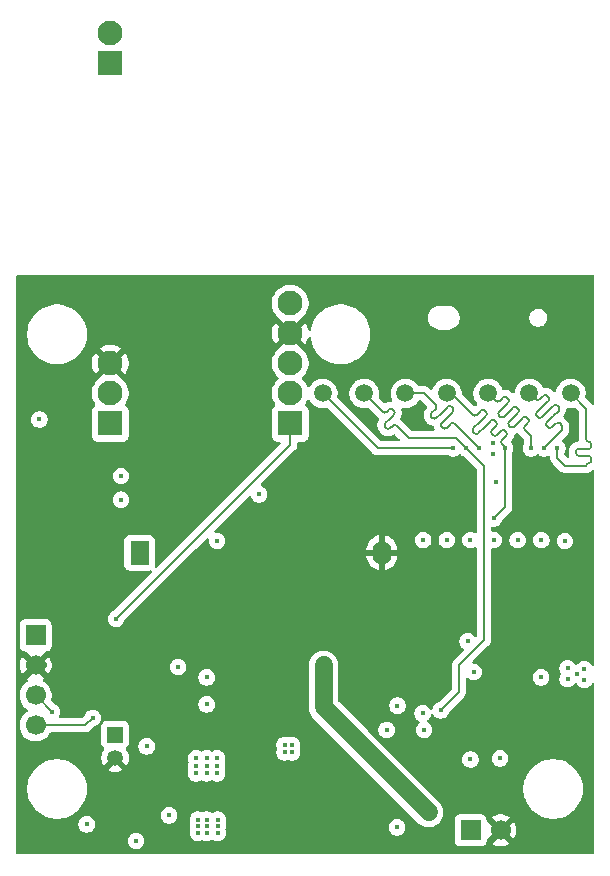
<source format=gbl>
G04 #@! TF.GenerationSoftware,KiCad,Pcbnew,9.0.3*
G04 #@! TF.CreationDate,2025-08-16T00:12:18+02:00*
G04 #@! TF.ProjectId,fw-anwesenheit,66772d61-6e77-4657-9365-6e686569742e,rev?*
G04 #@! TF.SameCoordinates,Original*
G04 #@! TF.FileFunction,Copper,L6,Bot*
G04 #@! TF.FilePolarity,Positive*
%FSLAX46Y46*%
G04 Gerber Fmt 4.6, Leading zero omitted, Abs format (unit mm)*
G04 Created by KiCad (PCBNEW 9.0.3) date 2025-08-16 00:12:18*
%MOMM*%
%LPD*%
G01*
G04 APERTURE LIST*
G04 #@! TA.AperFunction,ComponentPad*
%ADD10R,1.350000X1.350000*%
G04 #@! TD*
G04 #@! TA.AperFunction,ComponentPad*
%ADD11C,1.350000*%
G04 #@! TD*
G04 #@! TA.AperFunction,ComponentPad*
%ADD12C,2.100000*%
G04 #@! TD*
G04 #@! TA.AperFunction,ComponentPad*
%ADD13R,2.100000X2.100000*%
G04 #@! TD*
G04 #@! TA.AperFunction,SMDPad,CuDef*
%ADD14R,1.700000X1.700000*%
G04 #@! TD*
G04 #@! TA.AperFunction,SMDPad,CuDef*
%ADD15C,1.700000*%
G04 #@! TD*
G04 #@! TA.AperFunction,TestPad*
%ADD16C,1.500000*%
G04 #@! TD*
G04 #@! TA.AperFunction,SMDPad,CuDef*
%ADD17C,1.500000*%
G04 #@! TD*
G04 #@! TA.AperFunction,ComponentPad*
%ADD18R,1.600000X2.000000*%
G04 #@! TD*
G04 #@! TA.AperFunction,ComponentPad*
%ADD19O,1.600000X2.000000*%
G04 #@! TD*
G04 #@! TA.AperFunction,ViaPad*
%ADD20C,0.400000*%
G04 #@! TD*
G04 #@! TA.AperFunction,Conductor*
%ADD21C,0.200000*%
G04 #@! TD*
G04 #@! TA.AperFunction,Conductor*
%ADD22C,1.500000*%
G04 #@! TD*
G04 APERTURE END LIST*
D10*
X89916000Y-118888000D03*
D11*
X89916000Y-120888000D03*
D12*
X89500000Y-59520000D03*
D13*
X89500000Y-62060000D03*
D12*
X104740000Y-87460000D03*
X104740000Y-84920000D03*
X89500000Y-87460000D03*
D13*
X89500000Y-92540000D03*
D12*
X104740000Y-90000000D03*
D13*
X104740000Y-92540000D03*
D12*
X104740000Y-82380000D03*
X89500000Y-90000000D03*
D14*
X120010000Y-127000000D03*
D15*
X122550000Y-127000000D03*
D16*
X107500000Y-90000000D03*
D17*
X111000000Y-90000000D03*
D16*
X128500000Y-90000000D03*
D18*
X92000000Y-103500000D03*
D19*
X112500000Y-103500000D03*
D16*
X125000000Y-90000000D03*
X114500000Y-90000000D03*
D14*
X83185000Y-110490000D03*
D15*
X83185000Y-113030000D03*
X83185000Y-115570000D03*
X83185000Y-118110000D03*
D16*
X121500000Y-90000000D03*
X118000000Y-90000000D03*
D20*
X115443000Y-91821000D03*
X110490000Y-115189000D03*
X126873000Y-97536000D03*
X120015000Y-99441000D03*
X118491000Y-99060000D03*
X95631000Y-100965000D03*
X92710000Y-98044000D03*
X86487000Y-99822000D03*
X88519000Y-103124000D03*
X117475000Y-116840000D03*
X117704600Y-115443000D03*
X90000000Y-114912500D03*
X118237000Y-110998000D03*
X112903000Y-83947000D03*
X122529600Y-126949200D03*
X98552000Y-124079000D03*
X124079000Y-94234000D03*
X123825000Y-97536000D03*
X104521000Y-125095000D03*
X98552000Y-124714000D03*
X129794000Y-115824000D03*
X122174000Y-127381000D03*
X83950000Y-112960000D03*
X113411000Y-93853000D03*
X97663000Y-123444000D03*
X125984000Y-115570000D03*
X129000000Y-116270000D03*
X128270000Y-116713000D03*
X122174000Y-126619000D03*
X84328000Y-126873000D03*
X117704600Y-113560200D03*
X103505000Y-98552000D03*
X122936000Y-126619000D03*
X128905000Y-93599000D03*
X122936000Y-127381000D03*
X96774000Y-123444000D03*
X129794000Y-116713000D03*
X98552000Y-123444000D03*
X128651000Y-83947000D03*
X105029000Y-113411000D03*
X96774000Y-124079000D03*
X105029000Y-112522000D03*
X120015000Y-119253000D03*
X105475000Y-105000000D03*
X128270000Y-115824000D03*
X124079000Y-94996000D03*
X97663000Y-124714000D03*
X97663000Y-124079000D03*
X122500000Y-119087500D03*
X96774000Y-124714000D03*
X128219200Y-114198400D03*
X98602800Y-127203200D03*
X128219200Y-113284000D03*
X97688400Y-127203200D03*
X129641600Y-113334800D03*
X120294400Y-113588800D03*
X96926400Y-126644400D03*
X94488000Y-125730000D03*
X98602800Y-126085600D03*
X87505500Y-126494500D03*
X129641600Y-114249200D03*
X98602800Y-126644400D03*
X119761000Y-110998000D03*
X97688400Y-126085600D03*
X97688400Y-126644400D03*
X125984000Y-114046000D03*
X128981200Y-113741200D03*
X96926400Y-127203200D03*
X96926400Y-126085600D03*
X104267000Y-120396000D03*
X98552000Y-102489000D03*
X83500000Y-92212500D03*
X126000000Y-102412500D03*
X102108000Y-98552000D03*
X120000000Y-121000000D03*
X90412500Y-99000000D03*
X121920000Y-95123000D03*
X118000000Y-102412500D03*
X104902000Y-120396000D03*
X122000000Y-102412500D03*
X97663000Y-120904000D03*
X121920000Y-94234000D03*
X104902000Y-119761000D03*
X98552000Y-121539000D03*
X104267000Y-119761000D03*
X122174000Y-97536000D03*
X128000000Y-102500000D03*
X97663000Y-122174000D03*
X97663000Y-121539000D03*
X98552000Y-122174000D03*
X116000000Y-102412500D03*
X83185000Y-110490000D03*
X90412500Y-97000000D03*
X124000000Y-102412500D03*
X120000000Y-102412500D03*
X98552000Y-120904000D03*
X96774000Y-122174000D03*
X122500000Y-120912500D03*
X96774000Y-121539000D03*
X91694000Y-127889000D03*
X96774000Y-120904000D03*
X119634000Y-126492000D03*
X119634000Y-127000000D03*
X119634000Y-127508000D03*
X107823000Y-114300000D03*
X116332000Y-125984000D03*
X107315000Y-114300000D03*
X107315000Y-113665000D03*
X107823000Y-112903000D03*
X116967000Y-125349000D03*
X107315000Y-112903000D03*
X116459000Y-125476000D03*
X107823000Y-113665000D03*
X90000000Y-109087500D03*
X127350000Y-94650000D03*
X113792000Y-126746000D03*
X97663000Y-116332000D03*
X125150000Y-94650000D03*
X122936000Y-94650000D03*
X97663000Y-114046000D03*
X122000000Y-100587500D03*
X95250000Y-113157000D03*
X120750000Y-94650000D03*
X119650000Y-94650000D03*
X112903000Y-118491000D03*
X92583000Y-119888000D03*
X116078000Y-118491000D03*
X115951000Y-117094000D03*
X88011000Y-117475000D03*
X113821600Y-116438500D03*
X84582000Y-116967000D03*
X118550000Y-94650000D03*
X126250000Y-94650000D03*
D21*
X112564415Y-91564415D02*
G75*
G03*
X112903805Y-91564395I169685J169715D01*
G01*
X112798311Y-92518454D02*
G75*
G03*
X112798270Y-92857905I169689J-169746D01*
G01*
X113412940Y-92752351D02*
G75*
G02*
X113752352Y-92752351I169706J-169704D01*
G01*
X113518472Y-91458884D02*
G75*
G02*
X113518482Y-91798306I-169672J-169716D01*
G01*
X112883163Y-92942717D02*
G75*
G03*
X113222575Y-92942717I169706J169704D01*
G01*
X113094208Y-91374032D02*
G75*
G02*
X113433620Y-91374032I169706J-169708D01*
G01*
X112798311Y-92857865D02*
X112883163Y-92942717D01*
X113433620Y-91374032D02*
X113518472Y-91458884D01*
X112798311Y-92518454D02*
X113158383Y-92158383D01*
X118808000Y-93808000D02*
X119650000Y-94650000D01*
X111000000Y-90000000D02*
X112564415Y-91564415D01*
X113222575Y-92942717D02*
X113412940Y-92752351D01*
X112903827Y-91564416D02*
X113094208Y-91374032D01*
X113752352Y-92752351D02*
X114808000Y-93808000D01*
X113158384Y-92158385D02*
X113518472Y-91798296D01*
X113158384Y-92158385D02*
X113158383Y-92158383D01*
X114808000Y-93808000D02*
X118808000Y-93808000D01*
X121158000Y-110871000D02*
X121158000Y-96158000D01*
X121158000Y-96158000D02*
X119650000Y-94650000D01*
X118999000Y-113030000D02*
X121158000Y-110871000D01*
X118999000Y-115316000D02*
X118999000Y-113030000D01*
X117475000Y-116840000D02*
X118999000Y-115316000D01*
D22*
X116459000Y-125476000D02*
X107569000Y-116586000D01*
X107569000Y-116586000D02*
X107569000Y-113030000D01*
D21*
X90000000Y-109087500D02*
X104740000Y-94347500D01*
X104740000Y-94347500D02*
X104740000Y-92540000D01*
X129173796Y-95299000D02*
X130019414Y-95299000D01*
X128016000Y-96139000D02*
X129794000Y-96139000D01*
X129794000Y-91294000D02*
X129794000Y-93873598D01*
X129173796Y-94699000D02*
X130019402Y-94699000D01*
X127350000Y-95473000D02*
X128016000Y-96139000D01*
X130244804Y-94473598D02*
X130244804Y-94324402D01*
X130244828Y-95688172D02*
X130244828Y-95524414D01*
X128500000Y-90000000D02*
X129794000Y-91294000D01*
X127350000Y-94650000D02*
X127350000Y-95473000D01*
X128933796Y-95059000D02*
X128933796Y-94939000D01*
X130244828Y-95524414D02*
G75*
G03*
X130019414Y-95298972I-225428J14D01*
G01*
X130019414Y-95913586D02*
G75*
G03*
X130244786Y-95688172I-14J225386D01*
G01*
X128933796Y-94939000D02*
G75*
G02*
X129173796Y-94698996I240004J0D01*
G01*
X129794000Y-96139000D02*
G75*
G02*
X130019414Y-95913600I225400J0D01*
G01*
X130244804Y-94324402D02*
G75*
G03*
X130019402Y-94098996I-225404J2D01*
G01*
X129173796Y-95299000D02*
G75*
G02*
X128933800Y-95059000I4J240000D01*
G01*
X130019402Y-94699000D02*
G75*
G03*
X130244800Y-94473598I-2J225400D01*
G01*
X130019402Y-94099000D02*
G75*
G02*
X129794000Y-93873598I-2J225400D01*
G01*
X123161795Y-91661795D02*
X122848562Y-91975025D01*
X124889215Y-92140559D02*
X124804360Y-92055704D01*
X125150000Y-94650000D02*
X125150000Y-93650000D01*
X124010327Y-92510327D02*
X123697107Y-92823544D01*
X124010325Y-92510326D02*
X124464948Y-92055704D01*
X123616398Y-91207190D02*
X123161793Y-91661794D01*
X125150000Y-93650000D02*
X124604299Y-93104299D01*
X122737529Y-91237529D02*
X123192155Y-90782902D01*
X122767890Y-90358637D02*
X122482969Y-90643557D01*
X122509152Y-91975026D02*
X122424297Y-91890171D01*
X123161793Y-91661794D02*
X123161795Y-91661795D01*
X124604299Y-92764887D02*
X124889215Y-92479970D01*
X124010325Y-92510326D02*
X124010327Y-92510327D01*
X123192155Y-90443491D02*
X123107301Y-90358637D01*
X123586061Y-92086061D02*
X124040665Y-91631456D01*
X123586059Y-92086058D02*
X123586061Y-92086061D01*
X122737527Y-91237526D02*
X122737529Y-91237529D01*
X121779700Y-90279700D02*
X121500000Y-90000000D01*
X122058705Y-90558705D02*
X121779700Y-90279700D01*
X122424297Y-91550759D02*
X122737527Y-91237526D01*
X122143557Y-90643557D02*
X122058705Y-90558705D01*
X124040665Y-91292045D02*
X123955810Y-91207190D01*
X123272842Y-92399278D02*
X123586059Y-92086058D01*
X123357697Y-92823545D02*
X123272842Y-92738690D01*
X123107301Y-90358637D02*
G75*
G03*
X122767889Y-90358636I-169706J-169703D01*
G01*
X124804360Y-92055704D02*
G75*
G03*
X124464948Y-92055704I-169706J-169704D01*
G01*
X124889215Y-92479970D02*
G75*
G03*
X124889180Y-92140595I-169715J169670D01*
G01*
X123272842Y-92738690D02*
G75*
G02*
X123272858Y-92399294I169658J169690D01*
G01*
X122848562Y-91975025D02*
G75*
G02*
X122509196Y-91974983I-169662J169725D01*
G01*
X124604299Y-93104299D02*
G75*
G02*
X124604306Y-92764894I169701J169699D01*
G01*
X124040665Y-91631456D02*
G75*
G03*
X124040616Y-91292095I-169665J169656D01*
G01*
X122424297Y-91890171D02*
G75*
G02*
X122424332Y-91550794I169703J169671D01*
G01*
X123697107Y-92823544D02*
G75*
G02*
X123357696Y-92823546I-169707J169744D01*
G01*
X123955810Y-91207190D02*
G75*
G03*
X123616398Y-91207190I-169706J-169704D01*
G01*
X122482969Y-90643557D02*
G75*
G02*
X122143557Y-90643557I-169706J169704D01*
G01*
X123192155Y-90782902D02*
G75*
G03*
X123192152Y-90443495I-169655J169702D01*
G01*
X121379973Y-92681396D02*
X121747669Y-92313700D01*
X122935609Y-93162230D02*
X123020461Y-93247082D01*
X122936000Y-94576834D02*
X122936000Y-94650000D01*
X120672868Y-93388504D02*
X121210269Y-92851102D01*
X121210269Y-92851102D02*
X121210269Y-92851103D01*
X122936000Y-99651500D02*
X122000000Y-100587500D01*
X121804237Y-93445071D02*
X121889091Y-93529925D01*
X122936000Y-94650000D02*
X122936000Y-99651500D01*
X122171933Y-92737965D02*
X121804238Y-93105661D01*
X122829164Y-94469998D02*
X122936000Y-94576834D01*
X122652765Y-94293600D02*
X122737619Y-94378453D01*
X122087081Y-92313701D02*
X122171933Y-92398553D01*
X121210269Y-92851103D02*
X121379973Y-92681396D01*
X123020461Y-93586494D02*
X122652764Y-93954188D01*
X120786006Y-92426840D02*
X120248604Y-92964241D01*
X120248604Y-93303652D02*
X120333456Y-93388504D01*
X120531450Y-91832873D02*
X120899144Y-91465176D01*
X122737619Y-94378453D02*
X122829164Y-94469998D01*
X120786005Y-92426841D02*
X120786006Y-92426840D01*
X121238556Y-91465177D02*
X121323408Y-91550029D01*
X122228503Y-93529926D02*
X122596197Y-93162229D01*
X118000000Y-90000000D02*
X118359166Y-90000000D01*
X120786005Y-92426841D02*
X121323408Y-91889441D01*
X118359166Y-90000000D02*
X120192038Y-91832872D01*
X121747669Y-92313700D02*
G75*
G02*
X122087106Y-92313675I169731J-169700D01*
G01*
X120248604Y-92964241D02*
G75*
G03*
X120248650Y-93303605I169696J-169659D01*
G01*
X121323408Y-91550029D02*
G75*
G02*
X121323373Y-91889406I-169708J-169671D01*
G01*
X120333456Y-93388504D02*
G75*
G03*
X120672868Y-93388504I169706J169704D01*
G01*
X121889091Y-93529925D02*
G75*
G03*
X122228505Y-93529928I169709J169725D01*
G01*
X123020461Y-93247082D02*
G75*
G02*
X123020473Y-93586506I-169661J-169718D01*
G01*
X121804238Y-93105661D02*
G75*
G03*
X121804203Y-93445105I169662J-169739D01*
G01*
X122596197Y-93162229D02*
G75*
G02*
X122935606Y-93162233I169703J-169671D01*
G01*
X120899144Y-91465176D02*
G75*
G02*
X121238506Y-91465226I169656J-169724D01*
G01*
X122171933Y-92398553D02*
G75*
G02*
X122171974Y-92738006I-169733J-169747D01*
G01*
X120192038Y-91832872D02*
G75*
G03*
X120531405Y-91832829I169662J169672D01*
G01*
X122652764Y-93954188D02*
G75*
G03*
X122652758Y-94293606I169736J-169712D01*
G01*
X117635787Y-92927074D02*
X117550930Y-92842217D01*
X116787239Y-92078559D02*
X116702385Y-91993705D01*
X116100000Y-90000000D02*
X117058633Y-90958633D01*
X117482898Y-91722309D02*
X117126649Y-92078558D01*
X120750000Y-94650000D02*
X118670844Y-92570844D01*
X118076867Y-91976868D02*
X118076871Y-91976871D01*
X117550931Y-92502807D02*
X118076867Y-91976868D01*
X118072512Y-91132695D02*
X117652603Y-91552603D01*
X118331432Y-92570844D02*
X117975199Y-92927074D01*
X117652605Y-91552605D02*
X117482898Y-91722309D01*
X117652603Y-91552603D02*
X117652605Y-91552605D01*
X114500000Y-90000000D02*
X116100000Y-90000000D01*
X116702384Y-91654293D02*
X117058633Y-91298045D01*
X118076871Y-91976871D02*
X118496779Y-91556962D01*
X118496779Y-91217550D02*
X118411924Y-91132695D01*
X117975199Y-92927074D02*
G75*
G02*
X117635787Y-92927074I-169706J169701D01*
G01*
X118411924Y-91132695D02*
G75*
G03*
X118072512Y-91132695I-169706J-169704D01*
G01*
X118670844Y-92570844D02*
G75*
G03*
X118331432Y-92570844I-169706J-169701D01*
G01*
X117058633Y-91298045D02*
G75*
G03*
X117058672Y-90958594I-169733J169745D01*
G01*
X118496779Y-91556962D02*
G75*
G03*
X118496735Y-91217594I-169679J169662D01*
G01*
X116702385Y-91993705D02*
G75*
G02*
X116702386Y-91654294I169715J169705D01*
G01*
X117126649Y-92078558D02*
G75*
G02*
X116787195Y-92078603I-169749J169658D01*
G01*
X117550930Y-92842217D02*
G75*
G02*
X117550918Y-92502794I169670J169717D01*
G01*
X83185000Y-118110000D02*
X87376000Y-118110000D01*
X87376000Y-118110000D02*
X88011000Y-117475000D01*
X83185000Y-115570000D02*
X84582000Y-116967000D01*
X107500000Y-90000000D02*
X112150000Y-94650000D01*
X112150000Y-94650000D02*
X118550000Y-94650000D01*
X126184309Y-90186486D02*
X125855103Y-90515691D01*
X127762000Y-92762000D02*
X127552169Y-92552169D01*
X126250000Y-94603000D02*
X127762000Y-93091000D01*
X126544144Y-92881370D02*
X126459287Y-92796513D01*
X125430839Y-90430839D02*
X125215000Y-90215000D01*
X127457135Y-91119845D02*
X127372280Y-91034990D01*
X126533928Y-91533929D02*
X126533930Y-91533930D01*
X126109662Y-91109662D02*
X126109663Y-91109663D01*
X127212757Y-92552169D02*
X126883554Y-92881369D01*
X126250000Y-94650000D02*
X126250000Y-94603000D01*
X126109663Y-91109663D02*
X126608574Y-90610751D01*
X127032868Y-91034990D02*
X126533928Y-91533929D01*
X126958193Y-91958195D02*
X126958196Y-91958196D01*
X125515692Y-90515691D02*
X125430839Y-90430839D01*
X125695581Y-92032867D02*
X125610725Y-91948011D01*
X125610724Y-91608599D02*
X126109662Y-91109662D01*
X125215000Y-90215000D02*
X125000000Y-90000000D01*
X126958196Y-91958196D02*
X127457135Y-91459256D01*
X126608574Y-90271340D02*
X126523720Y-90186486D01*
X127762000Y-93091000D02*
X127762000Y-92762000D01*
X126533930Y-91533930D02*
X126034991Y-92032866D01*
X126459286Y-92457101D02*
X126958193Y-91958195D01*
X126459287Y-92796513D02*
G75*
G02*
X126459279Y-92457095I169713J169713D01*
G01*
X126883554Y-92881369D02*
G75*
G02*
X126544095Y-92881419I-169754J169669D01*
G01*
X127457135Y-91459256D02*
G75*
G03*
X127457086Y-91119894I-169735J169656D01*
G01*
X125855103Y-90515691D02*
G75*
G02*
X125515691Y-90515692I-169706J169703D01*
G01*
X125610725Y-91948011D02*
G75*
G02*
X125610719Y-91608594I169675J169711D01*
G01*
X127372280Y-91034990D02*
G75*
G03*
X127032868Y-91034990I-169706J-169704D01*
G01*
X126523720Y-90186486D02*
G75*
G03*
X126184308Y-90186485I-169706J-169703D01*
G01*
X126034991Y-92032866D02*
G75*
G02*
X125695596Y-92032853I-169691J169666D01*
G01*
X126608574Y-90610751D02*
G75*
G03*
X126608620Y-90271294I-169674J169751D01*
G01*
X127552169Y-92552169D02*
G75*
G03*
X127212757Y-92552169I-169706J-169701D01*
G01*
G04 #@! TA.AperFunction,Conductor*
G36*
X130442539Y-80020185D02*
G01*
X130488294Y-80072989D01*
X130499500Y-80124500D01*
X130499500Y-90853191D01*
X130493113Y-90874941D01*
X130491298Y-90897541D01*
X130483457Y-90907825D01*
X130479815Y-90920230D01*
X130462684Y-90935073D01*
X130448938Y-90953105D01*
X130436782Y-90957517D01*
X130427011Y-90965985D01*
X130404572Y-90969211D01*
X130383262Y-90976948D01*
X130370651Y-90974088D01*
X130357853Y-90975929D01*
X130337229Y-90966510D01*
X130315122Y-90961498D01*
X130298489Y-90948818D01*
X130294297Y-90946904D01*
X130290011Y-90942355D01*
X130287054Y-90940101D01*
X130277405Y-90930282D01*
X130274520Y-90925284D01*
X130162716Y-90813480D01*
X130162713Y-90813478D01*
X129753768Y-90404533D01*
X129720283Y-90343210D01*
X129718976Y-90297454D01*
X129750500Y-90098422D01*
X129750500Y-89901577D01*
X129719709Y-89707173D01*
X129687560Y-89608231D01*
X129658884Y-89519975D01*
X129658882Y-89519972D01*
X129658882Y-89519970D01*
X129587469Y-89379815D01*
X129569524Y-89344595D01*
X129453828Y-89185354D01*
X129314646Y-89046172D01*
X129155405Y-88930476D01*
X128980029Y-88841117D01*
X128792826Y-88780290D01*
X128598422Y-88749500D01*
X128598417Y-88749500D01*
X128401583Y-88749500D01*
X128401578Y-88749500D01*
X128207173Y-88780290D01*
X128019970Y-88841117D01*
X127844594Y-88930476D01*
X127762774Y-88989923D01*
X127685354Y-89046172D01*
X127685352Y-89046174D01*
X127685351Y-89046174D01*
X127546174Y-89185351D01*
X127546174Y-89185352D01*
X127546172Y-89185354D01*
X127544717Y-89187357D01*
X127430476Y-89344594D01*
X127341117Y-89519970D01*
X127280291Y-89707172D01*
X127265495Y-89800588D01*
X127260102Y-89811963D01*
X127259204Y-89824521D01*
X127245418Y-89842936D01*
X127235565Y-89863722D01*
X127224878Y-89870375D01*
X127217334Y-89880455D01*
X127195780Y-89888494D01*
X127176254Y-89900653D01*
X127163665Y-89900473D01*
X127151870Y-89904873D01*
X127129392Y-89899983D01*
X127106391Y-89899655D01*
X127094264Y-89892342D01*
X127083597Y-89890022D01*
X127055342Y-89868871D01*
X127016809Y-89830339D01*
X127016808Y-89830338D01*
X126981653Y-89795180D01*
X126981651Y-89795179D01*
X126977341Y-89790868D01*
X126977309Y-89790839D01*
X126892436Y-89705967D01*
X126892436Y-89705966D01*
X126892432Y-89705963D01*
X126889805Y-89703336D01*
X126889804Y-89703335D01*
X126889802Y-89703333D01*
X126752140Y-89611350D01*
X126599181Y-89547993D01*
X126599175Y-89547991D01*
X126436800Y-89515692D01*
X126436798Y-89515692D01*
X126271233Y-89515692D01*
X126271232Y-89515692D01*
X126259300Y-89518065D01*
X126189708Y-89511836D01*
X126134532Y-89468971D01*
X126124627Y-89452741D01*
X126069525Y-89344596D01*
X126052144Y-89320674D01*
X125953828Y-89185354D01*
X125814646Y-89046172D01*
X125655405Y-88930476D01*
X125480029Y-88841117D01*
X125292826Y-88780290D01*
X125098422Y-88749500D01*
X125098417Y-88749500D01*
X124901583Y-88749500D01*
X124901578Y-88749500D01*
X124707173Y-88780290D01*
X124519970Y-88841117D01*
X124344594Y-88930476D01*
X124262774Y-88989923D01*
X124185354Y-89046172D01*
X124185352Y-89046174D01*
X124185351Y-89046174D01*
X124046174Y-89185351D01*
X124046174Y-89185352D01*
X124046172Y-89185354D01*
X124044717Y-89187357D01*
X123930476Y-89344594D01*
X123841117Y-89519970D01*
X123780291Y-89707172D01*
X123753384Y-89877049D01*
X123747991Y-89888424D01*
X123747093Y-89900984D01*
X123733306Y-89919399D01*
X123723454Y-89940183D01*
X123712766Y-89946837D01*
X123705221Y-89956917D01*
X123683668Y-89964955D01*
X123664142Y-89977114D01*
X123651553Y-89976934D01*
X123639757Y-89981334D01*
X123617280Y-89976444D01*
X123594280Y-89976116D01*
X123582152Y-89968802D01*
X123571484Y-89966482D01*
X123543230Y-89945331D01*
X123476016Y-89878117D01*
X123473386Y-89875487D01*
X123473385Y-89875486D01*
X123473383Y-89875484D01*
X123335721Y-89783501D01*
X123182762Y-89720144D01*
X123182756Y-89720142D01*
X123020381Y-89687843D01*
X123020379Y-89687843D01*
X122854814Y-89687843D01*
X122854810Y-89687843D01*
X122830078Y-89692762D01*
X122760487Y-89686532D01*
X122705311Y-89643668D01*
X122687960Y-89609462D01*
X122687560Y-89608231D01*
X122658884Y-89519975D01*
X122569524Y-89344595D01*
X122453828Y-89185354D01*
X122314646Y-89046172D01*
X122155405Y-88930476D01*
X121980029Y-88841117D01*
X121792826Y-88780290D01*
X121598422Y-88749500D01*
X121598417Y-88749500D01*
X121401583Y-88749500D01*
X121401578Y-88749500D01*
X121207173Y-88780290D01*
X121019970Y-88841117D01*
X120844594Y-88930476D01*
X120762774Y-88989923D01*
X120685354Y-89046172D01*
X120685352Y-89046174D01*
X120685351Y-89046174D01*
X120546174Y-89185351D01*
X120546174Y-89185352D01*
X120546172Y-89185354D01*
X120544717Y-89187357D01*
X120430476Y-89344594D01*
X120341117Y-89519970D01*
X120280290Y-89707173D01*
X120249500Y-89901577D01*
X120249500Y-90098422D01*
X120280290Y-90292826D01*
X120341117Y-90480029D01*
X120421006Y-90636819D01*
X120430476Y-90655405D01*
X120545789Y-90814119D01*
X120548849Y-90818330D01*
X120560230Y-90850227D01*
X120572177Y-90881853D01*
X120571929Y-90883015D01*
X120572329Y-90884136D01*
X120564664Y-90917094D01*
X120557611Y-90950187D01*
X120556677Y-90951445D01*
X120556504Y-90952190D01*
X120536578Y-90978530D01*
X120536459Y-90978650D01*
X120535960Y-90979090D01*
X120535977Y-90979107D01*
X120474608Y-91040476D01*
X120449399Y-91065674D01*
X120388069Y-91099146D01*
X120318378Y-91094146D01*
X120274056Y-91065655D01*
X119286819Y-90078418D01*
X119253334Y-90017095D01*
X119250500Y-89990737D01*
X119250500Y-89901577D01*
X119219709Y-89707173D01*
X119187560Y-89608231D01*
X119158884Y-89519975D01*
X119158882Y-89519972D01*
X119158882Y-89519970D01*
X119087469Y-89379815D01*
X119069524Y-89344595D01*
X118953828Y-89185354D01*
X118814646Y-89046172D01*
X118655405Y-88930476D01*
X118480029Y-88841117D01*
X118292826Y-88780290D01*
X118098422Y-88749500D01*
X118098417Y-88749500D01*
X117901583Y-88749500D01*
X117901578Y-88749500D01*
X117707173Y-88780290D01*
X117519970Y-88841117D01*
X117344594Y-88930476D01*
X117262774Y-88989923D01*
X117185354Y-89046172D01*
X117185352Y-89046174D01*
X117185351Y-89046174D01*
X117046174Y-89185351D01*
X117046174Y-89185352D01*
X117046172Y-89185354D01*
X117044717Y-89187357D01*
X116930476Y-89344594D01*
X116841117Y-89519970D01*
X116812440Y-89608231D01*
X116810887Y-89610501D01*
X116810691Y-89613246D01*
X116791283Y-89639170D01*
X116773002Y-89665906D01*
X116770467Y-89666977D01*
X116768819Y-89669179D01*
X116738479Y-89680495D01*
X116708643Y-89693104D01*
X116705932Y-89692634D01*
X116703355Y-89693596D01*
X116671712Y-89686712D01*
X116639797Y-89681189D01*
X116636947Y-89679149D01*
X116635082Y-89678744D01*
X116606828Y-89657593D01*
X116587590Y-89638355D01*
X116587588Y-89638352D01*
X116468717Y-89519481D01*
X116468716Y-89519480D01*
X116381904Y-89469360D01*
X116381904Y-89469359D01*
X116381900Y-89469358D01*
X116331785Y-89440423D01*
X116179057Y-89399499D01*
X116020943Y-89399499D01*
X116013347Y-89399499D01*
X116013331Y-89399500D01*
X115672596Y-89399500D01*
X115605557Y-89379815D01*
X115572278Y-89348386D01*
X115569524Y-89344596D01*
X115569524Y-89344595D01*
X115453828Y-89185354D01*
X115314646Y-89046172D01*
X115155405Y-88930476D01*
X114980029Y-88841117D01*
X114792826Y-88780290D01*
X114598422Y-88749500D01*
X114598417Y-88749500D01*
X114401583Y-88749500D01*
X114401578Y-88749500D01*
X114207173Y-88780290D01*
X114019970Y-88841117D01*
X113844594Y-88930476D01*
X113762774Y-88989923D01*
X113685354Y-89046172D01*
X113685352Y-89046174D01*
X113685351Y-89046174D01*
X113546174Y-89185351D01*
X113546174Y-89185352D01*
X113546172Y-89185354D01*
X113544717Y-89187357D01*
X113430476Y-89344594D01*
X113341117Y-89519970D01*
X113280290Y-89707173D01*
X113249500Y-89901577D01*
X113249500Y-90098422D01*
X113280290Y-90292826D01*
X113341117Y-90480029D01*
X113362984Y-90522944D01*
X113375880Y-90591614D01*
X113349603Y-90656354D01*
X113292497Y-90696611D01*
X113252499Y-90703239D01*
X113181127Y-90703239D01*
X113018759Y-90735536D01*
X113018747Y-90735539D01*
X112865797Y-90798892D01*
X112865781Y-90798901D01*
X112819924Y-90829541D01*
X112753246Y-90850418D01*
X112685866Y-90831932D01*
X112663354Y-90814119D01*
X112253768Y-90404533D01*
X112220283Y-90343210D01*
X112218976Y-90297454D01*
X112250500Y-90098422D01*
X112250500Y-89901577D01*
X112219709Y-89707173D01*
X112187560Y-89608231D01*
X112158884Y-89519975D01*
X112158882Y-89519972D01*
X112158882Y-89519970D01*
X112087469Y-89379815D01*
X112069524Y-89344595D01*
X111953828Y-89185354D01*
X111814646Y-89046172D01*
X111655405Y-88930476D01*
X111480029Y-88841117D01*
X111292826Y-88780290D01*
X111098422Y-88749500D01*
X111098417Y-88749500D01*
X110901583Y-88749500D01*
X110901578Y-88749500D01*
X110707173Y-88780290D01*
X110519970Y-88841117D01*
X110344594Y-88930476D01*
X110262774Y-88989923D01*
X110185354Y-89046172D01*
X110185352Y-89046174D01*
X110185351Y-89046174D01*
X110046174Y-89185351D01*
X110046174Y-89185352D01*
X110046172Y-89185354D01*
X110044717Y-89187357D01*
X109930476Y-89344594D01*
X109841117Y-89519970D01*
X109780290Y-89707173D01*
X109749500Y-89901577D01*
X109749500Y-90098422D01*
X109780290Y-90292826D01*
X109841117Y-90480029D01*
X109921006Y-90636819D01*
X109930476Y-90655405D01*
X110046172Y-90814646D01*
X110185354Y-90953828D01*
X110344595Y-91069524D01*
X110392919Y-91094146D01*
X110519970Y-91158882D01*
X110519972Y-91158882D01*
X110519975Y-91158884D01*
X110579202Y-91178128D01*
X110707173Y-91219709D01*
X110901578Y-91250500D01*
X110901583Y-91250500D01*
X111098422Y-91250500D01*
X111297454Y-91218976D01*
X111366747Y-91227930D01*
X111404533Y-91253768D01*
X112083017Y-91932252D01*
X112088262Y-91937499D01*
X112088273Y-91937517D01*
X112101037Y-91950279D01*
X112101644Y-91950886D01*
X112103490Y-91952732D01*
X112103491Y-91952734D01*
X112103513Y-91952756D01*
X112103561Y-91952844D01*
X112198352Y-92047620D01*
X112198359Y-92047626D01*
X112224422Y-92065037D01*
X112269232Y-92118645D01*
X112277946Y-92187969D01*
X112258633Y-92237052D01*
X112223252Y-92289984D01*
X112159873Y-92442935D01*
X112159871Y-92442940D01*
X112127551Y-92605317D01*
X112127530Y-92770882D01*
X112159813Y-92933269D01*
X112189240Y-93004330D01*
X112223159Y-93086241D01*
X112313273Y-93221130D01*
X112315136Y-93223918D01*
X112317783Y-93226565D01*
X112317792Y-93226581D01*
X112361064Y-93269853D01*
X112373663Y-93282452D01*
X112373663Y-93282453D01*
X112425218Y-93334014D01*
X112425219Y-93334014D01*
X112430759Y-93339555D01*
X112430817Y-93339606D01*
X112432990Y-93341779D01*
X112458543Y-93367332D01*
X112517079Y-93425869D01*
X112517082Y-93425871D01*
X112517084Y-93425873D01*
X112517086Y-93425874D01*
X112623043Y-93496672D01*
X112654741Y-93517852D01*
X112807703Y-93581212D01*
X112970081Y-93613511D01*
X112970084Y-93613512D01*
X112970086Y-93613512D01*
X113135654Y-93613512D01*
X113135655Y-93613511D01*
X113298035Y-93581212D01*
X113450997Y-93517852D01*
X113496836Y-93487222D01*
X113563512Y-93466344D01*
X113630892Y-93484828D01*
X113653408Y-93502643D01*
X113988584Y-93837819D01*
X114022069Y-93899142D01*
X114017085Y-93968834D01*
X113975213Y-94024767D01*
X113909749Y-94049184D01*
X113900903Y-94049500D01*
X112450097Y-94049500D01*
X112383058Y-94029815D01*
X112362416Y-94013181D01*
X108753768Y-90404533D01*
X108720283Y-90343210D01*
X108718976Y-90297454D01*
X108750500Y-90098422D01*
X108750500Y-89901577D01*
X108719709Y-89707173D01*
X108687560Y-89608231D01*
X108658884Y-89519975D01*
X108658882Y-89519972D01*
X108658882Y-89519970D01*
X108587469Y-89379815D01*
X108569524Y-89344595D01*
X108453828Y-89185354D01*
X108314646Y-89046172D01*
X108155405Y-88930476D01*
X107980029Y-88841117D01*
X107792826Y-88780290D01*
X107598422Y-88749500D01*
X107598417Y-88749500D01*
X107401583Y-88749500D01*
X107401578Y-88749500D01*
X107207173Y-88780290D01*
X107019970Y-88841117D01*
X106844594Y-88930476D01*
X106762774Y-88989923D01*
X106685354Y-89046172D01*
X106685352Y-89046174D01*
X106685351Y-89046174D01*
X106546174Y-89185351D01*
X106546174Y-89185352D01*
X106546172Y-89185354D01*
X106544717Y-89187357D01*
X106430474Y-89344597D01*
X106398832Y-89406698D01*
X106350858Y-89457493D01*
X106283037Y-89474288D01*
X106216902Y-89451750D01*
X106177863Y-89406697D01*
X106146220Y-89344594D01*
X106066106Y-89187361D01*
X105963527Y-89046172D01*
X105922660Y-88989923D01*
X105922656Y-88989918D01*
X105750419Y-88817681D01*
X105716934Y-88756358D01*
X105721918Y-88686666D01*
X105750419Y-88642319D01*
X105829642Y-88563096D01*
X105922655Y-88470083D01*
X106066106Y-88272639D01*
X106176904Y-88055185D01*
X106252321Y-87823076D01*
X106290500Y-87582027D01*
X106290500Y-87337973D01*
X106252321Y-87096924D01*
X106176904Y-86864815D01*
X106066106Y-86647361D01*
X106047779Y-86622136D01*
X105922660Y-86449923D01*
X105922656Y-86449918D01*
X105750081Y-86277343D01*
X105750076Y-86277339D01*
X105699410Y-86240528D01*
X105673919Y-86207471D01*
X105025757Y-85559309D01*
X105071574Y-85540332D01*
X105186224Y-85463726D01*
X105283726Y-85366224D01*
X105360332Y-85251574D01*
X105379309Y-85205757D01*
X105998454Y-85824902D01*
X105998454Y-85824901D01*
X106065678Y-85732377D01*
X106176439Y-85514996D01*
X106251959Y-85282573D01*
X106291397Y-85224897D01*
X106355755Y-85197699D01*
X106424601Y-85209614D01*
X106476077Y-85256858D01*
X106493110Y-85307006D01*
X106506258Y-85423692D01*
X106506260Y-85423702D01*
X106569380Y-85700253D01*
X106569383Y-85700261D01*
X106663067Y-85967993D01*
X106786139Y-86223554D01*
X106819934Y-86277339D01*
X106937056Y-86463737D01*
X107009913Y-86555097D01*
X107083702Y-86647626D01*
X107113914Y-86685510D01*
X107314490Y-86886086D01*
X107536263Y-87062944D01*
X107776443Y-87213859D01*
X107776445Y-87213860D01*
X107861632Y-87254884D01*
X108032010Y-87336934D01*
X108233092Y-87407295D01*
X108299738Y-87430616D01*
X108299746Y-87430619D01*
X108299749Y-87430619D01*
X108299750Y-87430620D01*
X108576297Y-87493740D01*
X108858166Y-87525499D01*
X108858167Y-87525500D01*
X108858171Y-87525500D01*
X109141833Y-87525500D01*
X109141833Y-87525499D01*
X109423703Y-87493740D01*
X109700250Y-87430620D01*
X109967990Y-87336934D01*
X110223557Y-87213859D01*
X110463737Y-87062944D01*
X110685510Y-86886086D01*
X110886086Y-86685510D01*
X111062944Y-86463737D01*
X111213859Y-86223557D01*
X111336934Y-85967990D01*
X111430620Y-85700250D01*
X111493740Y-85423703D01*
X111525500Y-85141829D01*
X111525500Y-84858171D01*
X111493740Y-84576297D01*
X111430620Y-84299750D01*
X111430591Y-84299668D01*
X111363393Y-84107626D01*
X111336934Y-84032010D01*
X111213859Y-83776443D01*
X111062944Y-83536263D01*
X111043966Y-83512465D01*
X116399500Y-83512465D01*
X116399500Y-83687534D01*
X116429898Y-83859937D01*
X116489775Y-84024446D01*
X116577309Y-84176057D01*
X116689836Y-84310163D01*
X116823942Y-84422690D01*
X116823943Y-84422691D01*
X116823945Y-84422692D01*
X116975555Y-84510225D01*
X117140062Y-84570101D01*
X117312468Y-84600500D01*
X117312472Y-84600500D01*
X118187528Y-84600500D01*
X118187532Y-84600500D01*
X118359938Y-84570101D01*
X118524445Y-84510225D01*
X118676055Y-84422692D01*
X118810163Y-84310163D01*
X118922692Y-84176055D01*
X119010225Y-84024445D01*
X119070101Y-83859938D01*
X119100500Y-83687532D01*
X119100500Y-83673920D01*
X124999499Y-83673920D01*
X125028340Y-83818907D01*
X125028343Y-83818917D01*
X125084912Y-83955488D01*
X125084919Y-83955501D01*
X125167048Y-84078415D01*
X125167051Y-84078419D01*
X125271580Y-84182948D01*
X125271584Y-84182951D01*
X125394498Y-84265080D01*
X125394511Y-84265087D01*
X125531082Y-84321656D01*
X125531087Y-84321658D01*
X125531091Y-84321658D01*
X125531092Y-84321659D01*
X125676079Y-84350500D01*
X125676082Y-84350500D01*
X125823920Y-84350500D01*
X125921462Y-84331096D01*
X125968913Y-84321658D01*
X126105495Y-84265084D01*
X126228416Y-84182951D01*
X126332951Y-84078416D01*
X126415084Y-83955495D01*
X126471658Y-83818913D01*
X126481096Y-83771462D01*
X126500500Y-83673920D01*
X126500500Y-83526079D01*
X126471659Y-83381092D01*
X126471658Y-83381091D01*
X126471658Y-83381087D01*
X126444073Y-83314490D01*
X126415087Y-83244511D01*
X126415080Y-83244498D01*
X126332951Y-83121584D01*
X126332948Y-83121580D01*
X126228419Y-83017051D01*
X126228415Y-83017048D01*
X126105501Y-82934919D01*
X126105488Y-82934912D01*
X125968917Y-82878343D01*
X125968907Y-82878340D01*
X125823920Y-82849500D01*
X125823918Y-82849500D01*
X125676082Y-82849500D01*
X125676080Y-82849500D01*
X125531092Y-82878340D01*
X125531082Y-82878343D01*
X125394511Y-82934912D01*
X125394498Y-82934919D01*
X125271584Y-83017048D01*
X125271580Y-83017051D01*
X125167051Y-83121580D01*
X125167048Y-83121584D01*
X125084919Y-83244498D01*
X125084912Y-83244511D01*
X125028343Y-83381082D01*
X125028340Y-83381092D01*
X124999500Y-83526079D01*
X124999500Y-83526082D01*
X124999500Y-83673918D01*
X124999500Y-83673920D01*
X124999499Y-83673920D01*
X119100500Y-83673920D01*
X119100500Y-83600000D01*
X119100500Y-83534108D01*
X119100500Y-83512468D01*
X119070101Y-83340062D01*
X119010225Y-83175555D01*
X118979064Y-83121584D01*
X118922690Y-83023942D01*
X118810163Y-82889836D01*
X118676057Y-82777309D01*
X118524446Y-82689775D01*
X118359937Y-82629898D01*
X118187534Y-82599500D01*
X118187532Y-82599500D01*
X118165892Y-82599500D01*
X117465892Y-82599500D01*
X117400000Y-82599500D01*
X117312468Y-82599500D01*
X117312465Y-82599500D01*
X117140062Y-82629898D01*
X116975553Y-82689775D01*
X116823942Y-82777309D01*
X116689836Y-82889836D01*
X116577309Y-83023942D01*
X116489775Y-83175553D01*
X116429898Y-83340062D01*
X116399500Y-83512465D01*
X111043966Y-83512465D01*
X110886086Y-83314490D01*
X110685510Y-83113914D01*
X110463737Y-82937056D01*
X110223557Y-82786141D01*
X110223554Y-82786139D01*
X109967993Y-82663067D01*
X109700261Y-82569383D01*
X109700253Y-82569380D01*
X109492839Y-82522040D01*
X109423703Y-82506260D01*
X109423699Y-82506259D01*
X109423690Y-82506258D01*
X109141833Y-82474500D01*
X109141829Y-82474500D01*
X108858171Y-82474500D01*
X108858167Y-82474500D01*
X108576309Y-82506258D01*
X108576297Y-82506260D01*
X108299746Y-82569380D01*
X108299738Y-82569383D01*
X108032006Y-82663067D01*
X107776445Y-82786139D01*
X107536264Y-82937055D01*
X107314490Y-83113913D01*
X107113913Y-83314490D01*
X106937055Y-83536264D01*
X106786139Y-83776445D01*
X106663067Y-84032006D01*
X106569383Y-84299738D01*
X106569380Y-84299746D01*
X106506260Y-84576297D01*
X106506258Y-84576304D01*
X106504260Y-84594041D01*
X106477191Y-84658454D01*
X106419596Y-84698008D01*
X106349759Y-84700143D01*
X106289853Y-84664184D01*
X106258899Y-84601545D01*
X106258567Y-84599551D01*
X106251834Y-84557041D01*
X106251834Y-84557040D01*
X106176439Y-84325001D01*
X106065676Y-84107619D01*
X105998456Y-84015097D01*
X105998454Y-84015096D01*
X105379309Y-84634241D01*
X105360332Y-84588426D01*
X105283726Y-84473776D01*
X105186224Y-84376274D01*
X105071574Y-84299668D01*
X105025755Y-84280689D01*
X105662437Y-83644009D01*
X105663039Y-83641145D01*
X105699408Y-83599472D01*
X105750083Y-83562655D01*
X105922655Y-83390083D01*
X106066106Y-83192639D01*
X106176904Y-82975185D01*
X106252321Y-82743076D01*
X106290500Y-82502027D01*
X106290500Y-82257973D01*
X106252321Y-82016924D01*
X106176904Y-81784815D01*
X106066106Y-81567361D01*
X106047779Y-81542136D01*
X105922660Y-81369923D01*
X105922656Y-81369918D01*
X105750081Y-81197343D01*
X105750076Y-81197339D01*
X105552642Y-81053896D01*
X105552641Y-81053895D01*
X105552639Y-81053894D01*
X105335185Y-80943096D01*
X105103076Y-80867679D01*
X105103074Y-80867678D01*
X105103072Y-80867678D01*
X104934769Y-80841021D01*
X104862027Y-80829500D01*
X104617973Y-80829500D01*
X104562093Y-80838350D01*
X104376927Y-80867678D01*
X104144812Y-80943097D01*
X103927357Y-81053896D01*
X103729923Y-81197339D01*
X103729918Y-81197343D01*
X103557343Y-81369918D01*
X103557339Y-81369923D01*
X103413896Y-81567357D01*
X103303097Y-81784812D01*
X103227678Y-82016927D01*
X103189500Y-82257973D01*
X103189500Y-82502027D01*
X103200168Y-82569380D01*
X103215006Y-82663067D01*
X103227679Y-82743076D01*
X103303096Y-82975185D01*
X103405189Y-83175555D01*
X103413896Y-83192642D01*
X103557339Y-83390076D01*
X103557343Y-83390081D01*
X103557345Y-83390083D01*
X103729917Y-83562655D01*
X103780588Y-83599470D01*
X103806081Y-83632529D01*
X104454242Y-84280690D01*
X104408426Y-84299668D01*
X104293776Y-84376274D01*
X104196274Y-84473776D01*
X104119668Y-84588426D01*
X104100690Y-84634243D01*
X103481544Y-84015097D01*
X103414319Y-84107626D01*
X103303560Y-84325001D01*
X103228165Y-84557040D01*
X103190000Y-84798006D01*
X103190000Y-85041993D01*
X103228165Y-85282959D01*
X103303560Y-85514998D01*
X103414323Y-85732380D01*
X103481543Y-85824901D01*
X103481544Y-85824902D01*
X104100690Y-85205756D01*
X104119668Y-85251574D01*
X104196274Y-85366224D01*
X104293776Y-85463726D01*
X104408426Y-85540332D01*
X104454242Y-85559309D01*
X103817556Y-86195994D01*
X103816953Y-86198866D01*
X103780590Y-86240528D01*
X103729917Y-86277344D01*
X103557343Y-86449918D01*
X103557339Y-86449923D01*
X103413896Y-86647357D01*
X103303097Y-86864812D01*
X103227678Y-87096927D01*
X103189500Y-87337973D01*
X103189500Y-87582026D01*
X103226170Y-87813553D01*
X103227679Y-87823076D01*
X103303096Y-88055185D01*
X103413762Y-88272380D01*
X103413896Y-88272642D01*
X103557339Y-88470076D01*
X103557343Y-88470081D01*
X103729581Y-88642319D01*
X103763066Y-88703642D01*
X103758082Y-88773334D01*
X103729581Y-88817681D01*
X103557343Y-88989918D01*
X103557339Y-88989923D01*
X103413896Y-89187357D01*
X103303097Y-89404812D01*
X103303096Y-89404814D01*
X103303096Y-89404815D01*
X103302484Y-89406698D01*
X103227678Y-89636927D01*
X103189500Y-89877973D01*
X103189500Y-90122026D01*
X103226926Y-90358326D01*
X103227679Y-90363076D01*
X103303096Y-90595185D01*
X103411885Y-90808697D01*
X103413896Y-90812642D01*
X103463854Y-90881404D01*
X103487334Y-90947210D01*
X103471509Y-91015264D01*
X103437848Y-91053555D01*
X103332452Y-91132455D01*
X103246206Y-91247664D01*
X103246202Y-91247671D01*
X103195908Y-91382517D01*
X103192179Y-91417209D01*
X103189501Y-91442123D01*
X103189500Y-91442135D01*
X103189500Y-93637870D01*
X103189501Y-93637876D01*
X103195908Y-93697483D01*
X103246202Y-93832328D01*
X103246206Y-93832335D01*
X103332452Y-93947544D01*
X103332455Y-93947547D01*
X103447664Y-94033793D01*
X103447671Y-94033797D01*
X103451256Y-94035134D01*
X103582517Y-94084091D01*
X103642127Y-94090500D01*
X103848403Y-94090499D01*
X103915442Y-94110183D01*
X103961197Y-94162987D01*
X103971141Y-94232145D01*
X103942116Y-94295701D01*
X103936084Y-94302180D01*
X93496875Y-104741388D01*
X93435552Y-104774873D01*
X93365860Y-104769889D01*
X93309927Y-104728017D01*
X93285510Y-104662553D01*
X93292343Y-104615043D01*
X93292307Y-104615035D01*
X93292402Y-104614631D01*
X93293016Y-104610365D01*
X93294091Y-104607482D01*
X93300500Y-104547873D01*
X93300499Y-102452128D01*
X93294091Y-102392517D01*
X93285689Y-102369990D01*
X93243797Y-102257670D01*
X93243793Y-102257664D01*
X93157547Y-102142455D01*
X93157544Y-102142452D01*
X93042335Y-102056206D01*
X93042328Y-102056202D01*
X92907482Y-102005908D01*
X92907483Y-102005908D01*
X92847883Y-101999501D01*
X92847881Y-101999500D01*
X92847873Y-101999500D01*
X92847864Y-101999500D01*
X91152129Y-101999500D01*
X91152123Y-101999501D01*
X91092516Y-102005908D01*
X90957671Y-102056202D01*
X90957664Y-102056206D01*
X90842455Y-102142452D01*
X90842452Y-102142455D01*
X90756206Y-102257664D01*
X90756203Y-102257670D01*
X90705908Y-102392517D01*
X90699501Y-102452116D01*
X90699501Y-102452123D01*
X90699500Y-102452135D01*
X90699500Y-104547870D01*
X90699501Y-104547876D01*
X90705908Y-104607483D01*
X90756202Y-104742328D01*
X90756206Y-104742335D01*
X90842452Y-104857544D01*
X90842455Y-104857547D01*
X90957664Y-104943793D01*
X90957671Y-104943797D01*
X91092517Y-104994091D01*
X91092516Y-104994091D01*
X91099444Y-104994835D01*
X91152127Y-105000500D01*
X92847872Y-105000499D01*
X92907483Y-104994091D01*
X92910365Y-104993015D01*
X92912760Y-104992844D01*
X92915031Y-104992308D01*
X92915117Y-104992675D01*
X92980056Y-104988026D01*
X93041382Y-105021506D01*
X93074871Y-105082827D01*
X93069892Y-105152519D01*
X93041388Y-105196875D01*
X89858061Y-108380202D01*
X89801228Y-108411235D01*
X89801506Y-108412150D01*
X89797110Y-108413483D01*
X89796738Y-108413687D01*
X89795787Y-108413885D01*
X89795669Y-108413920D01*
X89668195Y-108466721D01*
X89668182Y-108466728D01*
X89553458Y-108543385D01*
X89553454Y-108543388D01*
X89455888Y-108640954D01*
X89455885Y-108640958D01*
X89379228Y-108755682D01*
X89379221Y-108755695D01*
X89326421Y-108883167D01*
X89326418Y-108883177D01*
X89299500Y-109018504D01*
X89299500Y-109018507D01*
X89299500Y-109156493D01*
X89299500Y-109156495D01*
X89299499Y-109156495D01*
X89326418Y-109291822D01*
X89326421Y-109291832D01*
X89379221Y-109419304D01*
X89379228Y-109419317D01*
X89455885Y-109534041D01*
X89455888Y-109534045D01*
X89553454Y-109631611D01*
X89553458Y-109631614D01*
X89668182Y-109708271D01*
X89668195Y-109708278D01*
X89795667Y-109761078D01*
X89795672Y-109761080D01*
X89795676Y-109761080D01*
X89795677Y-109761081D01*
X89931004Y-109788000D01*
X89931007Y-109788000D01*
X90068995Y-109788000D01*
X90160041Y-109769889D01*
X90204328Y-109761080D01*
X90331811Y-109708275D01*
X90446542Y-109631614D01*
X90544114Y-109534042D01*
X90620775Y-109419311D01*
X90673580Y-109291828D01*
X90673580Y-109291825D01*
X90675346Y-109286006D01*
X90676760Y-109286434D01*
X90705734Y-109231027D01*
X90707241Y-109229492D01*
X96739052Y-103197682D01*
X111200000Y-103197682D01*
X111200000Y-103250000D01*
X112153590Y-103250000D01*
X112103963Y-103335956D01*
X112075000Y-103444048D01*
X112075000Y-103555952D01*
X112103963Y-103664044D01*
X112153590Y-103750000D01*
X111200000Y-103750000D01*
X111200000Y-103802317D01*
X111232009Y-104004417D01*
X111295244Y-104199031D01*
X111388140Y-104381349D01*
X111508417Y-104546894D01*
X111508417Y-104546895D01*
X111653104Y-104691582D01*
X111818650Y-104811859D01*
X112000968Y-104904754D01*
X112195578Y-104967988D01*
X112250000Y-104976607D01*
X112250000Y-103846409D01*
X112335956Y-103896037D01*
X112444048Y-103925000D01*
X112555952Y-103925000D01*
X112664044Y-103896037D01*
X112750000Y-103846409D01*
X112750000Y-104976606D01*
X112804421Y-104967988D01*
X112999031Y-104904754D01*
X113181349Y-104811859D01*
X113346894Y-104691582D01*
X113346895Y-104691582D01*
X113491582Y-104546895D01*
X113491582Y-104546894D01*
X113611859Y-104381349D01*
X113704755Y-104199031D01*
X113767990Y-104004417D01*
X113800000Y-103802317D01*
X113800000Y-103750000D01*
X112846410Y-103750000D01*
X112896037Y-103664044D01*
X112925000Y-103555952D01*
X112925000Y-103444048D01*
X112896037Y-103335956D01*
X112846410Y-103250000D01*
X113800000Y-103250000D01*
X113800000Y-103197682D01*
X113767990Y-102995582D01*
X113704755Y-102800968D01*
X113611859Y-102618650D01*
X113512209Y-102481495D01*
X115299499Y-102481495D01*
X115326418Y-102616822D01*
X115326421Y-102616832D01*
X115379221Y-102744304D01*
X115379228Y-102744317D01*
X115455885Y-102859041D01*
X115455888Y-102859045D01*
X115553454Y-102956611D01*
X115553458Y-102956614D01*
X115668182Y-103033271D01*
X115668195Y-103033278D01*
X115768922Y-103075000D01*
X115795672Y-103086080D01*
X115795676Y-103086080D01*
X115795677Y-103086081D01*
X115931004Y-103113000D01*
X115931007Y-103113000D01*
X116068995Y-103113000D01*
X116160041Y-103094889D01*
X116204328Y-103086080D01*
X116305643Y-103044114D01*
X116331804Y-103033278D01*
X116331804Y-103033277D01*
X116331811Y-103033275D01*
X116446542Y-102956614D01*
X116544114Y-102859042D01*
X116620775Y-102744311D01*
X116673580Y-102616828D01*
X116700500Y-102481495D01*
X117299499Y-102481495D01*
X117326418Y-102616822D01*
X117326421Y-102616832D01*
X117379221Y-102744304D01*
X117379228Y-102744317D01*
X117455885Y-102859041D01*
X117455888Y-102859045D01*
X117553454Y-102956611D01*
X117553458Y-102956614D01*
X117668182Y-103033271D01*
X117668195Y-103033278D01*
X117768922Y-103075000D01*
X117795672Y-103086080D01*
X117795676Y-103086080D01*
X117795677Y-103086081D01*
X117931004Y-103113000D01*
X117931007Y-103113000D01*
X118068995Y-103113000D01*
X118160041Y-103094889D01*
X118204328Y-103086080D01*
X118305643Y-103044114D01*
X118331804Y-103033278D01*
X118331804Y-103033277D01*
X118331811Y-103033275D01*
X118446542Y-102956614D01*
X118544114Y-102859042D01*
X118620775Y-102744311D01*
X118673580Y-102616828D01*
X118700500Y-102481493D01*
X118700500Y-102343507D01*
X118700500Y-102343504D01*
X118673581Y-102208177D01*
X118673580Y-102208176D01*
X118673580Y-102208172D01*
X118652462Y-102157189D01*
X118620778Y-102080695D01*
X118620771Y-102080682D01*
X118544114Y-101965958D01*
X118544111Y-101965954D01*
X118446545Y-101868388D01*
X118446541Y-101868385D01*
X118331817Y-101791728D01*
X118331804Y-101791721D01*
X118204332Y-101738921D01*
X118204322Y-101738918D01*
X118068995Y-101712000D01*
X118068993Y-101712000D01*
X117931007Y-101712000D01*
X117931005Y-101712000D01*
X117795677Y-101738918D01*
X117795667Y-101738921D01*
X117668195Y-101791721D01*
X117668182Y-101791728D01*
X117553458Y-101868385D01*
X117553454Y-101868388D01*
X117455888Y-101965954D01*
X117455885Y-101965958D01*
X117379228Y-102080682D01*
X117379221Y-102080695D01*
X117326421Y-102208167D01*
X117326418Y-102208177D01*
X117299500Y-102343504D01*
X117299500Y-102343507D01*
X117299500Y-102481493D01*
X117299500Y-102481495D01*
X117299499Y-102481495D01*
X116700500Y-102481495D01*
X116700500Y-102481493D01*
X116700500Y-102343507D01*
X116700500Y-102343504D01*
X116673581Y-102208177D01*
X116673580Y-102208176D01*
X116673580Y-102208172D01*
X116652462Y-102157189D01*
X116620778Y-102080695D01*
X116620771Y-102080682D01*
X116544114Y-101965958D01*
X116544111Y-101965954D01*
X116446545Y-101868388D01*
X116446541Y-101868385D01*
X116331817Y-101791728D01*
X116331804Y-101791721D01*
X116204332Y-101738921D01*
X116204322Y-101738918D01*
X116068995Y-101712000D01*
X116068993Y-101712000D01*
X115931007Y-101712000D01*
X115931005Y-101712000D01*
X115795677Y-101738918D01*
X115795667Y-101738921D01*
X115668195Y-101791721D01*
X115668182Y-101791728D01*
X115553458Y-101868385D01*
X115553454Y-101868388D01*
X115455888Y-101965954D01*
X115455885Y-101965958D01*
X115379228Y-102080682D01*
X115379221Y-102080695D01*
X115326421Y-102208167D01*
X115326418Y-102208177D01*
X115299500Y-102343504D01*
X115299500Y-102343507D01*
X115299500Y-102481493D01*
X115299500Y-102481495D01*
X115299499Y-102481495D01*
X113512209Y-102481495D01*
X113491582Y-102453105D01*
X113491582Y-102453104D01*
X113346895Y-102308417D01*
X113181349Y-102188140D01*
X112999029Y-102095244D01*
X112804413Y-102032009D01*
X112750000Y-102023390D01*
X112750000Y-103153590D01*
X112664044Y-103103963D01*
X112555952Y-103075000D01*
X112444048Y-103075000D01*
X112335956Y-103103963D01*
X112250000Y-103153590D01*
X112250000Y-102023390D01*
X112195586Y-102032009D01*
X112000970Y-102095244D01*
X111818650Y-102188140D01*
X111653105Y-102308417D01*
X111653104Y-102308417D01*
X111508417Y-102453104D01*
X111508417Y-102453105D01*
X111388140Y-102618650D01*
X111295244Y-102800968D01*
X111232009Y-102995582D01*
X111200000Y-103197682D01*
X96739052Y-103197682D01*
X97645581Y-102291153D01*
X97706901Y-102257670D01*
X97776593Y-102262654D01*
X97832526Y-102304526D01*
X97856943Y-102369990D01*
X97854877Y-102403023D01*
X97851500Y-102420002D01*
X97851500Y-102420007D01*
X97851500Y-102557993D01*
X97851500Y-102557995D01*
X97851499Y-102557995D01*
X97878418Y-102693322D01*
X97878421Y-102693332D01*
X97931221Y-102820804D01*
X97931228Y-102820817D01*
X98007885Y-102935541D01*
X98007888Y-102935545D01*
X98105454Y-103033111D01*
X98105458Y-103033114D01*
X98220182Y-103109771D01*
X98220195Y-103109778D01*
X98347667Y-103162578D01*
X98347672Y-103162580D01*
X98347676Y-103162580D01*
X98347677Y-103162581D01*
X98483004Y-103189500D01*
X98483007Y-103189500D01*
X98620995Y-103189500D01*
X98712041Y-103171389D01*
X98756328Y-103162580D01*
X98883811Y-103109775D01*
X98901705Y-103097818D01*
X98913835Y-103089714D01*
X98947783Y-103067030D01*
X98998542Y-103033114D01*
X99096114Y-102935542D01*
X99172775Y-102820811D01*
X99225580Y-102693328D01*
X99234389Y-102649041D01*
X99252500Y-102557995D01*
X99252500Y-102420004D01*
X99225581Y-102284677D01*
X99225580Y-102284676D01*
X99225580Y-102284672D01*
X99216460Y-102262654D01*
X99172778Y-102157195D01*
X99172771Y-102157182D01*
X99096114Y-102042458D01*
X99096111Y-102042454D01*
X98998545Y-101944888D01*
X98998541Y-101944885D01*
X98883817Y-101868228D01*
X98883804Y-101868221D01*
X98756332Y-101815421D01*
X98756322Y-101815418D01*
X98620995Y-101788500D01*
X98620993Y-101788500D01*
X98483007Y-101788500D01*
X98483005Y-101788500D01*
X98466025Y-101791877D01*
X98396434Y-101785648D01*
X98341257Y-101742783D01*
X98318015Y-101676893D01*
X98334084Y-101608896D01*
X98354153Y-101582581D01*
X101229014Y-98707720D01*
X101290335Y-98674237D01*
X101360027Y-98679221D01*
X101415960Y-98721093D01*
X101431148Y-98751090D01*
X101432089Y-98750701D01*
X101487221Y-98883804D01*
X101487228Y-98883817D01*
X101563885Y-98998541D01*
X101563888Y-98998545D01*
X101661454Y-99096111D01*
X101661458Y-99096114D01*
X101776182Y-99172771D01*
X101776195Y-99172778D01*
X101903667Y-99225578D01*
X101903672Y-99225580D01*
X101903676Y-99225580D01*
X101903677Y-99225581D01*
X102039004Y-99252500D01*
X102039007Y-99252500D01*
X102176995Y-99252500D01*
X102268041Y-99234389D01*
X102312328Y-99225580D01*
X102439811Y-99172775D01*
X102554542Y-99096114D01*
X102652114Y-98998542D01*
X102728775Y-98883811D01*
X102781580Y-98756328D01*
X102799112Y-98668189D01*
X102808500Y-98620995D01*
X102808500Y-98483004D01*
X102781581Y-98347677D01*
X102781580Y-98347676D01*
X102781580Y-98347672D01*
X102737250Y-98240649D01*
X102728778Y-98220195D01*
X102728771Y-98220182D01*
X102652114Y-98105458D01*
X102652111Y-98105454D01*
X102554545Y-98007888D01*
X102554541Y-98007885D01*
X102439817Y-97931228D01*
X102439804Y-97931221D01*
X102306701Y-97876089D01*
X102307493Y-97874175D01*
X102256948Y-97841031D01*
X102228508Y-97777211D01*
X102239087Y-97708147D01*
X102263719Y-97673015D01*
X105098506Y-94838227D01*
X105098511Y-94838224D01*
X105108714Y-94828020D01*
X105108716Y-94828020D01*
X105220520Y-94716216D01*
X105233443Y-94693833D01*
X105289447Y-94596831D01*
X105289449Y-94596826D01*
X105299577Y-94579285D01*
X105340501Y-94426557D01*
X105340501Y-94268443D01*
X105340501Y-94260848D01*
X105340500Y-94260830D01*
X105340500Y-94214499D01*
X105360185Y-94147460D01*
X105412989Y-94101705D01*
X105464500Y-94090499D01*
X105837871Y-94090499D01*
X105837872Y-94090499D01*
X105897483Y-94084091D01*
X106032331Y-94033796D01*
X106147546Y-93947546D01*
X106233796Y-93832331D01*
X106284091Y-93697483D01*
X106290500Y-93637873D01*
X106290499Y-91442128D01*
X106284348Y-91384909D01*
X106284091Y-91382516D01*
X106233797Y-91247671D01*
X106233793Y-91247664D01*
X106147547Y-91132455D01*
X106147544Y-91132452D01*
X106042152Y-91053555D01*
X106000281Y-90997621D01*
X105995297Y-90927930D01*
X106016146Y-90881403D01*
X106066103Y-90812643D01*
X106066104Y-90812642D01*
X106066106Y-90812639D01*
X106176904Y-90595185D01*
X106176904Y-90595182D01*
X106177863Y-90593302D01*
X106225837Y-90542506D01*
X106293658Y-90525711D01*
X106359793Y-90548248D01*
X106398833Y-90593302D01*
X106402501Y-90600500D01*
X106430476Y-90655405D01*
X106546172Y-90814646D01*
X106685354Y-90953828D01*
X106844595Y-91069524D01*
X106892919Y-91094146D01*
X107019970Y-91158882D01*
X107019972Y-91158882D01*
X107019975Y-91158884D01*
X107079202Y-91178128D01*
X107207173Y-91219709D01*
X107401578Y-91250500D01*
X107401583Y-91250500D01*
X107598422Y-91250500D01*
X107797454Y-91218976D01*
X107866747Y-91227930D01*
X107904533Y-91253768D01*
X111665139Y-95014374D01*
X111665149Y-95014385D01*
X111669479Y-95018715D01*
X111669480Y-95018716D01*
X111781284Y-95130520D01*
X111836809Y-95162577D01*
X111918215Y-95209577D01*
X112070943Y-95250500D01*
X118150230Y-95250500D01*
X118212369Y-95268746D01*
X118212819Y-95267905D01*
X118216859Y-95270064D01*
X118217269Y-95270185D01*
X118218087Y-95270721D01*
X118218190Y-95270776D01*
X118345667Y-95323578D01*
X118345672Y-95323580D01*
X118345676Y-95323580D01*
X118345677Y-95323581D01*
X118481004Y-95350500D01*
X118481007Y-95350500D01*
X118618995Y-95350500D01*
X118710041Y-95332389D01*
X118754328Y-95323580D01*
X118881811Y-95270775D01*
X118996542Y-95194114D01*
X118998663Y-95191993D01*
X119012319Y-95178338D01*
X119073642Y-95144853D01*
X119143334Y-95149837D01*
X119187681Y-95178338D01*
X119203454Y-95194111D01*
X119203458Y-95194114D01*
X119318182Y-95270771D01*
X119318195Y-95270778D01*
X119394678Y-95302458D01*
X119445672Y-95323580D01*
X119445679Y-95323581D01*
X119451505Y-95325349D01*
X119451075Y-95326765D01*
X119506474Y-95355737D01*
X119508062Y-95357297D01*
X120521181Y-96370416D01*
X120554666Y-96431739D01*
X120557500Y-96458097D01*
X120557500Y-101710537D01*
X120537815Y-101777576D01*
X120485011Y-101823331D01*
X120415853Y-101833275D01*
X120364610Y-101813640D01*
X120331815Y-101791727D01*
X120331804Y-101791721D01*
X120204332Y-101738921D01*
X120204322Y-101738918D01*
X120068995Y-101712000D01*
X120068993Y-101712000D01*
X119931007Y-101712000D01*
X119931005Y-101712000D01*
X119795677Y-101738918D01*
X119795667Y-101738921D01*
X119668195Y-101791721D01*
X119668182Y-101791728D01*
X119553458Y-101868385D01*
X119553454Y-101868388D01*
X119455888Y-101965954D01*
X119455885Y-101965958D01*
X119379228Y-102080682D01*
X119379221Y-102080695D01*
X119326421Y-102208167D01*
X119326418Y-102208177D01*
X119299500Y-102343504D01*
X119299500Y-102343507D01*
X119299500Y-102481493D01*
X119299500Y-102481495D01*
X119299499Y-102481495D01*
X119326418Y-102616822D01*
X119326421Y-102616832D01*
X119379221Y-102744304D01*
X119379228Y-102744317D01*
X119455885Y-102859041D01*
X119455888Y-102859045D01*
X119553454Y-102956611D01*
X119553458Y-102956614D01*
X119668182Y-103033271D01*
X119668195Y-103033278D01*
X119768922Y-103075000D01*
X119795672Y-103086080D01*
X119795676Y-103086080D01*
X119795677Y-103086081D01*
X119931004Y-103113000D01*
X119931007Y-103113000D01*
X120068995Y-103113000D01*
X120160041Y-103094889D01*
X120204328Y-103086080D01*
X120305643Y-103044114D01*
X120331804Y-103033278D01*
X120331804Y-103033277D01*
X120331811Y-103033275D01*
X120331816Y-103033271D01*
X120331819Y-103033270D01*
X120364608Y-103011361D01*
X120431285Y-102990482D01*
X120498665Y-103008966D01*
X120545356Y-103060944D01*
X120557500Y-103114462D01*
X120557500Y-110520406D01*
X120537815Y-110587445D01*
X120485011Y-110633200D01*
X120415853Y-110643144D01*
X120352297Y-110614119D01*
X120330398Y-110589297D01*
X120305114Y-110551458D01*
X120305111Y-110551454D01*
X120207545Y-110453888D01*
X120207541Y-110453885D01*
X120092817Y-110377228D01*
X120092804Y-110377221D01*
X119965332Y-110324421D01*
X119965322Y-110324418D01*
X119829995Y-110297500D01*
X119829993Y-110297500D01*
X119692007Y-110297500D01*
X119692005Y-110297500D01*
X119556677Y-110324418D01*
X119556667Y-110324421D01*
X119429195Y-110377221D01*
X119429182Y-110377228D01*
X119314458Y-110453885D01*
X119314454Y-110453888D01*
X119216888Y-110551454D01*
X119216885Y-110551458D01*
X119140228Y-110666182D01*
X119140221Y-110666195D01*
X119087421Y-110793667D01*
X119087418Y-110793677D01*
X119060500Y-110929004D01*
X119060500Y-110929007D01*
X119060500Y-111066993D01*
X119060500Y-111066995D01*
X119060499Y-111066995D01*
X119087418Y-111202322D01*
X119087421Y-111202332D01*
X119140221Y-111329804D01*
X119140228Y-111329817D01*
X119216885Y-111444541D01*
X119216888Y-111444545D01*
X119314454Y-111542111D01*
X119314462Y-111542117D01*
X119382566Y-111587623D01*
X119427372Y-111641235D01*
X119436079Y-111710560D01*
X119405925Y-111773587D01*
X119401357Y-111778406D01*
X118630286Y-112549478D01*
X118518481Y-112661282D01*
X118518479Y-112661285D01*
X118509726Y-112676446D01*
X118482027Y-112724423D01*
X118439423Y-112798215D01*
X118398499Y-112950943D01*
X118398499Y-112950945D01*
X118398499Y-113119046D01*
X118398500Y-113119059D01*
X118398500Y-115015902D01*
X118378815Y-115082941D01*
X118362181Y-115103583D01*
X117333061Y-116132702D01*
X117276228Y-116163735D01*
X117276506Y-116164650D01*
X117272110Y-116165983D01*
X117271738Y-116166187D01*
X117270787Y-116166385D01*
X117270669Y-116166420D01*
X117143195Y-116219221D01*
X117143182Y-116219228D01*
X117028458Y-116295885D01*
X117028454Y-116295888D01*
X116930888Y-116393454D01*
X116930885Y-116393458D01*
X116854228Y-116508182D01*
X116854221Y-116508195D01*
X116801421Y-116635667D01*
X116801419Y-116635676D01*
X116787748Y-116704401D01*
X116755362Y-116766311D01*
X116694646Y-116800885D01*
X116624877Y-116797144D01*
X116568205Y-116756277D01*
X116563029Y-116749099D01*
X116495114Y-116647458D01*
X116495111Y-116647454D01*
X116397545Y-116549888D01*
X116397541Y-116549885D01*
X116282817Y-116473228D01*
X116282804Y-116473221D01*
X116155332Y-116420421D01*
X116155322Y-116420418D01*
X116019995Y-116393500D01*
X116019993Y-116393500D01*
X115882007Y-116393500D01*
X115882005Y-116393500D01*
X115746677Y-116420418D01*
X115746667Y-116420421D01*
X115619195Y-116473221D01*
X115619182Y-116473228D01*
X115504458Y-116549885D01*
X115504454Y-116549888D01*
X115406888Y-116647454D01*
X115406885Y-116647458D01*
X115330228Y-116762182D01*
X115330221Y-116762195D01*
X115277421Y-116889667D01*
X115277418Y-116889677D01*
X115250500Y-117025004D01*
X115250500Y-117025007D01*
X115250500Y-117162993D01*
X115250500Y-117162995D01*
X115250499Y-117162995D01*
X115277418Y-117298322D01*
X115277421Y-117298332D01*
X115330221Y-117425804D01*
X115330228Y-117425817D01*
X115406885Y-117540541D01*
X115406888Y-117540545D01*
X115504454Y-117638111D01*
X115504458Y-117638114D01*
X115619182Y-117714771D01*
X115619189Y-117714775D01*
X115626874Y-117717958D01*
X115681278Y-117761798D01*
X115703344Y-117828092D01*
X115686066Y-117895792D01*
X115648316Y-117935620D01*
X115631463Y-117946881D01*
X115631454Y-117946888D01*
X115533888Y-118044454D01*
X115533885Y-118044458D01*
X115457228Y-118159182D01*
X115457221Y-118159195D01*
X115404421Y-118286667D01*
X115404418Y-118286677D01*
X115377500Y-118422004D01*
X115377500Y-118422007D01*
X115377500Y-118559993D01*
X115377500Y-118559995D01*
X115377499Y-118559995D01*
X115404418Y-118695322D01*
X115404421Y-118695332D01*
X115457221Y-118822804D01*
X115457228Y-118822817D01*
X115533885Y-118937541D01*
X115533888Y-118937545D01*
X115631454Y-119035111D01*
X115631458Y-119035114D01*
X115746182Y-119111771D01*
X115746195Y-119111778D01*
X115873667Y-119164578D01*
X115873672Y-119164580D01*
X115873676Y-119164580D01*
X115873677Y-119164581D01*
X116009004Y-119191500D01*
X116009007Y-119191500D01*
X116146995Y-119191500D01*
X116238041Y-119173389D01*
X116282328Y-119164580D01*
X116384860Y-119122110D01*
X116409804Y-119111778D01*
X116409804Y-119111777D01*
X116409811Y-119111775D01*
X116524542Y-119035114D01*
X116622114Y-118937542D01*
X116698775Y-118822811D01*
X116751580Y-118695328D01*
X116778500Y-118559993D01*
X116778500Y-118422007D01*
X116778500Y-118422004D01*
X116751581Y-118286677D01*
X116751580Y-118286676D01*
X116751580Y-118286672D01*
X116722426Y-118216287D01*
X116698778Y-118159195D01*
X116698771Y-118159182D01*
X116622114Y-118044458D01*
X116622111Y-118044454D01*
X116524545Y-117946888D01*
X116524541Y-117946885D01*
X116409817Y-117870228D01*
X116409805Y-117870222D01*
X116402121Y-117867039D01*
X116347718Y-117823197D01*
X116325655Y-117756902D01*
X116342936Y-117689203D01*
X116380686Y-117649376D01*
X116397542Y-117638114D01*
X116495114Y-117540542D01*
X116571775Y-117425811D01*
X116624580Y-117298328D01*
X116638251Y-117229600D01*
X116670635Y-117167689D01*
X116731351Y-117133115D01*
X116801120Y-117136854D01*
X116857793Y-117177720D01*
X116862970Y-117184900D01*
X116930885Y-117286541D01*
X116930888Y-117286545D01*
X117028454Y-117384111D01*
X117028458Y-117384114D01*
X117143182Y-117460771D01*
X117143195Y-117460778D01*
X117253980Y-117506666D01*
X117270672Y-117513580D01*
X117270676Y-117513580D01*
X117270677Y-117513581D01*
X117406004Y-117540500D01*
X117406007Y-117540500D01*
X117543995Y-117540500D01*
X117635041Y-117522389D01*
X117679328Y-117513580D01*
X117806811Y-117460775D01*
X117921542Y-117384114D01*
X118019114Y-117286542D01*
X118095775Y-117171811D01*
X118148580Y-117044328D01*
X118148580Y-117044325D01*
X118150346Y-117038506D01*
X118151760Y-117038934D01*
X118180734Y-116983527D01*
X118182241Y-116981992D01*
X119357506Y-115806728D01*
X119357511Y-115806724D01*
X119367714Y-115796520D01*
X119367716Y-115796520D01*
X119479520Y-115684716D01*
X119558577Y-115547784D01*
X119599500Y-115395057D01*
X119599500Y-114183919D01*
X119619185Y-114116880D01*
X119671989Y-114071125D01*
X119741147Y-114061181D01*
X119804703Y-114090206D01*
X119811181Y-114096238D01*
X119847854Y-114132911D01*
X119847858Y-114132914D01*
X119962582Y-114209571D01*
X119962595Y-114209578D01*
X120090067Y-114262378D01*
X120090072Y-114262380D01*
X120090076Y-114262380D01*
X120090077Y-114262381D01*
X120225404Y-114289300D01*
X120225407Y-114289300D01*
X120363395Y-114289300D01*
X120473526Y-114267393D01*
X120498728Y-114262380D01*
X120626211Y-114209575D01*
X120740942Y-114132914D01*
X120758861Y-114114995D01*
X125283499Y-114114995D01*
X125310418Y-114250322D01*
X125310421Y-114250332D01*
X125363221Y-114377804D01*
X125363228Y-114377817D01*
X125439885Y-114492541D01*
X125439888Y-114492545D01*
X125537454Y-114590111D01*
X125537458Y-114590114D01*
X125652182Y-114666771D01*
X125652195Y-114666778D01*
X125779667Y-114719578D01*
X125779672Y-114719580D01*
X125779676Y-114719580D01*
X125779677Y-114719581D01*
X125915004Y-114746500D01*
X125915007Y-114746500D01*
X126052995Y-114746500D01*
X126144041Y-114728389D01*
X126188328Y-114719580D01*
X126315811Y-114666775D01*
X126430542Y-114590114D01*
X126528114Y-114492542D01*
X126604775Y-114377811D01*
X126657580Y-114250328D01*
X126666389Y-114206041D01*
X126684500Y-114114995D01*
X126684500Y-113977004D01*
X126657581Y-113841677D01*
X126657580Y-113841676D01*
X126657580Y-113841672D01*
X126641420Y-113802658D01*
X126604778Y-113714195D01*
X126604771Y-113714182D01*
X126528114Y-113599458D01*
X126528111Y-113599454D01*
X126430545Y-113501888D01*
X126430541Y-113501885D01*
X126315817Y-113425228D01*
X126315804Y-113425221D01*
X126188332Y-113372421D01*
X126188322Y-113372418D01*
X126052995Y-113345500D01*
X126052993Y-113345500D01*
X125915007Y-113345500D01*
X125915005Y-113345500D01*
X125779677Y-113372418D01*
X125779667Y-113372421D01*
X125652195Y-113425221D01*
X125652182Y-113425228D01*
X125537458Y-113501885D01*
X125537454Y-113501888D01*
X125439888Y-113599454D01*
X125439885Y-113599458D01*
X125363228Y-113714182D01*
X125363221Y-113714195D01*
X125310421Y-113841667D01*
X125310418Y-113841677D01*
X125283500Y-113977004D01*
X125283500Y-113977007D01*
X125283500Y-114114993D01*
X125283500Y-114114995D01*
X125283499Y-114114995D01*
X120758861Y-114114995D01*
X120838514Y-114035342D01*
X120915175Y-113920611D01*
X120967980Y-113793128D01*
X120983682Y-113714189D01*
X120994900Y-113657795D01*
X120994900Y-113519804D01*
X120967981Y-113384477D01*
X120967980Y-113384476D01*
X120967980Y-113384472D01*
X120958395Y-113361332D01*
X120915178Y-113256995D01*
X120915171Y-113256982D01*
X120838514Y-113142258D01*
X120838511Y-113142254D01*
X120740945Y-113044688D01*
X120740941Y-113044685D01*
X120626217Y-112968028D01*
X120626204Y-112968021D01*
X120498732Y-112915221D01*
X120498722Y-112915218D01*
X120363395Y-112888300D01*
X120363393Y-112888300D01*
X120289297Y-112888300D01*
X120222258Y-112868615D01*
X120176503Y-112815811D01*
X120166559Y-112746653D01*
X120195584Y-112683097D01*
X120201616Y-112676619D01*
X120513370Y-112364864D01*
X121526713Y-111351521D01*
X121526716Y-111351520D01*
X121638520Y-111239716D01*
X121688639Y-111152904D01*
X121717577Y-111102785D01*
X121758500Y-110950057D01*
X121758500Y-110791943D01*
X121758500Y-103229780D01*
X121778185Y-103162741D01*
X121830989Y-103116986D01*
X121900147Y-103107042D01*
X121906658Y-103108156D01*
X121931007Y-103113000D01*
X121931008Y-103113000D01*
X122068995Y-103113000D01*
X122160041Y-103094889D01*
X122204328Y-103086080D01*
X122305643Y-103044114D01*
X122331804Y-103033278D01*
X122331804Y-103033277D01*
X122331811Y-103033275D01*
X122446542Y-102956614D01*
X122544114Y-102859042D01*
X122620775Y-102744311D01*
X122673580Y-102616828D01*
X122700500Y-102481495D01*
X123299499Y-102481495D01*
X123326418Y-102616822D01*
X123326421Y-102616832D01*
X123379221Y-102744304D01*
X123379228Y-102744317D01*
X123455885Y-102859041D01*
X123455888Y-102859045D01*
X123553454Y-102956611D01*
X123553458Y-102956614D01*
X123668182Y-103033271D01*
X123668195Y-103033278D01*
X123768922Y-103075000D01*
X123795672Y-103086080D01*
X123795676Y-103086080D01*
X123795677Y-103086081D01*
X123931004Y-103113000D01*
X123931007Y-103113000D01*
X124068995Y-103113000D01*
X124160041Y-103094889D01*
X124204328Y-103086080D01*
X124305643Y-103044114D01*
X124331804Y-103033278D01*
X124331804Y-103033277D01*
X124331811Y-103033275D01*
X124446542Y-102956614D01*
X124544114Y-102859042D01*
X124620775Y-102744311D01*
X124673580Y-102616828D01*
X124700500Y-102481495D01*
X125299499Y-102481495D01*
X125326418Y-102616822D01*
X125326421Y-102616832D01*
X125379221Y-102744304D01*
X125379228Y-102744317D01*
X125455885Y-102859041D01*
X125455888Y-102859045D01*
X125553454Y-102956611D01*
X125553458Y-102956614D01*
X125668182Y-103033271D01*
X125668195Y-103033278D01*
X125768922Y-103075000D01*
X125795672Y-103086080D01*
X125795676Y-103086080D01*
X125795677Y-103086081D01*
X125931004Y-103113000D01*
X125931007Y-103113000D01*
X126068995Y-103113000D01*
X126160041Y-103094889D01*
X126204328Y-103086080D01*
X126305643Y-103044114D01*
X126331804Y-103033278D01*
X126331804Y-103033277D01*
X126331811Y-103033275D01*
X126446542Y-102956614D01*
X126544114Y-102859042D01*
X126620775Y-102744311D01*
X126673580Y-102616828D01*
X126683095Y-102568995D01*
X127299499Y-102568995D01*
X127326418Y-102704322D01*
X127326421Y-102704332D01*
X127379221Y-102831804D01*
X127379228Y-102831817D01*
X127455885Y-102946541D01*
X127455888Y-102946545D01*
X127553454Y-103044111D01*
X127553458Y-103044114D01*
X127668182Y-103120771D01*
X127668195Y-103120778D01*
X127769118Y-103162581D01*
X127795672Y-103173580D01*
X127795676Y-103173580D01*
X127795677Y-103173581D01*
X127931004Y-103200500D01*
X127931007Y-103200500D01*
X128068995Y-103200500D01*
X128160041Y-103182389D01*
X128204328Y-103173580D01*
X128331811Y-103120775D01*
X128446542Y-103044114D01*
X128544114Y-102946542D01*
X128620775Y-102831811D01*
X128673580Y-102704328D01*
X128700500Y-102568993D01*
X128700500Y-102431007D01*
X128700500Y-102431004D01*
X128673581Y-102295677D01*
X128673580Y-102295676D01*
X128673580Y-102295672D01*
X128637339Y-102208177D01*
X128620778Y-102168195D01*
X128620771Y-102168182D01*
X128544114Y-102053458D01*
X128544111Y-102053454D01*
X128446545Y-101955888D01*
X128446541Y-101955885D01*
X128331817Y-101879228D01*
X128331804Y-101879221D01*
X128204332Y-101826421D01*
X128204322Y-101826418D01*
X128068995Y-101799500D01*
X128068993Y-101799500D01*
X127931007Y-101799500D01*
X127931005Y-101799500D01*
X127795677Y-101826418D01*
X127795667Y-101826421D01*
X127668195Y-101879221D01*
X127668182Y-101879228D01*
X127553458Y-101955885D01*
X127553454Y-101955888D01*
X127455888Y-102053454D01*
X127455885Y-102053458D01*
X127379228Y-102168182D01*
X127379221Y-102168195D01*
X127326421Y-102295667D01*
X127326418Y-102295677D01*
X127299500Y-102431004D01*
X127299500Y-102431007D01*
X127299500Y-102568993D01*
X127299500Y-102568995D01*
X127299499Y-102568995D01*
X126683095Y-102568995D01*
X126700500Y-102481493D01*
X126700500Y-102343507D01*
X126700500Y-102343504D01*
X126673581Y-102208177D01*
X126673580Y-102208176D01*
X126673580Y-102208172D01*
X126652462Y-102157189D01*
X126620778Y-102080695D01*
X126620771Y-102080682D01*
X126544114Y-101965958D01*
X126544111Y-101965954D01*
X126446545Y-101868388D01*
X126446541Y-101868385D01*
X126331817Y-101791728D01*
X126331804Y-101791721D01*
X126204332Y-101738921D01*
X126204322Y-101738918D01*
X126068995Y-101712000D01*
X126068993Y-101712000D01*
X125931007Y-101712000D01*
X125931005Y-101712000D01*
X125795677Y-101738918D01*
X125795667Y-101738921D01*
X125668195Y-101791721D01*
X125668182Y-101791728D01*
X125553458Y-101868385D01*
X125553454Y-101868388D01*
X125455888Y-101965954D01*
X125455885Y-101965958D01*
X125379228Y-102080682D01*
X125379221Y-102080695D01*
X125326421Y-102208167D01*
X125326418Y-102208177D01*
X125299500Y-102343504D01*
X125299500Y-102343507D01*
X125299500Y-102481493D01*
X125299500Y-102481495D01*
X125299499Y-102481495D01*
X124700500Y-102481495D01*
X124700500Y-102481493D01*
X124700500Y-102343507D01*
X124700500Y-102343504D01*
X124673581Y-102208177D01*
X124673580Y-102208176D01*
X124673580Y-102208172D01*
X124652462Y-102157189D01*
X124620778Y-102080695D01*
X124620771Y-102080682D01*
X124544114Y-101965958D01*
X124544111Y-101965954D01*
X124446545Y-101868388D01*
X124446541Y-101868385D01*
X124331817Y-101791728D01*
X124331804Y-101791721D01*
X124204332Y-101738921D01*
X124204322Y-101738918D01*
X124068995Y-101712000D01*
X124068993Y-101712000D01*
X123931007Y-101712000D01*
X123931005Y-101712000D01*
X123795677Y-101738918D01*
X123795667Y-101738921D01*
X123668195Y-101791721D01*
X123668182Y-101791728D01*
X123553458Y-101868385D01*
X123553454Y-101868388D01*
X123455888Y-101965954D01*
X123455885Y-101965958D01*
X123379228Y-102080682D01*
X123379221Y-102080695D01*
X123326421Y-102208167D01*
X123326418Y-102208177D01*
X123299500Y-102343504D01*
X123299500Y-102343507D01*
X123299500Y-102481493D01*
X123299500Y-102481495D01*
X123299499Y-102481495D01*
X122700500Y-102481495D01*
X122700500Y-102481493D01*
X122700500Y-102343507D01*
X122700500Y-102343504D01*
X122673581Y-102208177D01*
X122673580Y-102208176D01*
X122673580Y-102208172D01*
X122652462Y-102157189D01*
X122620778Y-102080695D01*
X122620771Y-102080682D01*
X122544114Y-101965958D01*
X122544111Y-101965954D01*
X122446545Y-101868388D01*
X122446541Y-101868385D01*
X122331817Y-101791728D01*
X122331804Y-101791721D01*
X122204332Y-101738921D01*
X122204322Y-101738918D01*
X122068995Y-101712000D01*
X122068993Y-101712000D01*
X121931007Y-101712000D01*
X121931002Y-101712000D01*
X121906691Y-101716836D01*
X121885707Y-101714958D01*
X121864853Y-101717957D01*
X121851605Y-101711907D01*
X121837099Y-101710609D01*
X121820460Y-101697683D01*
X121801297Y-101688932D01*
X121793423Y-101676680D01*
X121781922Y-101667746D01*
X121774912Y-101647877D01*
X121763523Y-101630154D01*
X121759988Y-101605570D01*
X121758678Y-101601856D01*
X121758500Y-101595219D01*
X121758500Y-101404780D01*
X121778185Y-101337741D01*
X121830989Y-101291986D01*
X121900147Y-101282042D01*
X121906658Y-101283156D01*
X121931007Y-101288000D01*
X121931008Y-101288000D01*
X122068995Y-101288000D01*
X122160041Y-101269889D01*
X122204328Y-101261080D01*
X122331811Y-101208275D01*
X122446542Y-101131614D01*
X122544114Y-101034042D01*
X122620775Y-100919311D01*
X122673580Y-100791828D01*
X122673580Y-100791825D01*
X122675346Y-100786006D01*
X122676760Y-100786434D01*
X122705734Y-100731027D01*
X122707241Y-100729492D01*
X123304713Y-100132021D01*
X123304716Y-100132020D01*
X123416520Y-100020216D01*
X123466639Y-99933404D01*
X123495577Y-99883285D01*
X123536501Y-99730557D01*
X123536501Y-99572443D01*
X123536501Y-99564848D01*
X123536500Y-99564830D01*
X123536500Y-95049769D01*
X123554746Y-94987627D01*
X123553906Y-94987178D01*
X123556064Y-94983140D01*
X123556185Y-94982730D01*
X123556721Y-94981910D01*
X123556771Y-94981816D01*
X123556775Y-94981811D01*
X123609580Y-94854328D01*
X123636500Y-94718993D01*
X123636500Y-94581007D01*
X123636500Y-94581004D01*
X123609581Y-94445677D01*
X123609580Y-94445676D01*
X123609580Y-94445672D01*
X123591992Y-94403211D01*
X123556778Y-94318195D01*
X123556771Y-94318182D01*
X123480114Y-94203458D01*
X123480111Y-94203454D01*
X123454117Y-94177460D01*
X123420632Y-94116137D01*
X123425616Y-94046445D01*
X123454124Y-94002091D01*
X123503598Y-93952626D01*
X123595602Y-93814951D01*
X123658975Y-93661970D01*
X123679539Y-93558581D01*
X123711924Y-93496672D01*
X123753348Y-93468361D01*
X123764797Y-93463576D01*
X123772544Y-93462036D01*
X123925491Y-93398692D01*
X123934536Y-93392649D01*
X123945619Y-93388018D01*
X123968878Y-93385444D01*
X123991206Y-93378451D01*
X124002954Y-93381673D01*
X124015065Y-93380333D01*
X124036022Y-93390742D01*
X124058587Y-93396931D01*
X124069307Y-93407274D01*
X124077641Y-93411414D01*
X124083146Y-93420627D01*
X124096529Y-93433540D01*
X124121143Y-93470378D01*
X124123780Y-93473015D01*
X124513181Y-93862416D01*
X124546666Y-93923739D01*
X124549500Y-93950097D01*
X124549500Y-94250230D01*
X124531253Y-94312369D01*
X124532095Y-94312819D01*
X124529935Y-94316859D01*
X124529815Y-94317269D01*
X124529278Y-94318087D01*
X124529223Y-94318190D01*
X124476421Y-94445667D01*
X124476418Y-94445677D01*
X124449500Y-94581004D01*
X124449500Y-94581007D01*
X124449500Y-94718993D01*
X124449500Y-94718995D01*
X124449499Y-94718995D01*
X124476418Y-94854322D01*
X124476421Y-94854332D01*
X124529221Y-94981804D01*
X124529228Y-94981817D01*
X124605885Y-95096541D01*
X124605888Y-95096545D01*
X124703454Y-95194111D01*
X124703458Y-95194114D01*
X124818182Y-95270771D01*
X124818195Y-95270778D01*
X124945667Y-95323578D01*
X124945672Y-95323580D01*
X124945676Y-95323580D01*
X124945677Y-95323581D01*
X125081004Y-95350500D01*
X125081007Y-95350500D01*
X125218995Y-95350500D01*
X125310041Y-95332389D01*
X125354328Y-95323580D01*
X125481811Y-95270775D01*
X125596542Y-95194114D01*
X125598663Y-95191993D01*
X125612319Y-95178338D01*
X125673642Y-95144853D01*
X125743334Y-95149837D01*
X125787681Y-95178338D01*
X125803454Y-95194111D01*
X125803458Y-95194114D01*
X125918182Y-95270771D01*
X125918195Y-95270778D01*
X126045667Y-95323578D01*
X126045672Y-95323580D01*
X126045676Y-95323580D01*
X126045677Y-95323581D01*
X126181004Y-95350500D01*
X126181007Y-95350500D01*
X126318995Y-95350500D01*
X126410041Y-95332389D01*
X126454328Y-95323580D01*
X126578047Y-95272333D01*
X126647515Y-95264865D01*
X126709995Y-95296140D01*
X126745647Y-95356229D01*
X126749499Y-95386895D01*
X126749499Y-95552054D01*
X126749498Y-95552054D01*
X126749499Y-95552057D01*
X126790423Y-95704785D01*
X126810110Y-95738883D01*
X126814903Y-95747184D01*
X126869479Y-95841715D01*
X126988349Y-95960585D01*
X126988355Y-95960590D01*
X127531139Y-96503374D01*
X127531149Y-96503385D01*
X127535479Y-96507715D01*
X127535480Y-96507716D01*
X127647284Y-96619520D01*
X127731582Y-96668189D01*
X127731583Y-96668190D01*
X127784209Y-96698574D01*
X127784210Y-96698574D01*
X127784215Y-96698577D01*
X127936942Y-96739500D01*
X127936943Y-96739500D01*
X129757681Y-96739500D01*
X129794000Y-96743910D01*
X129830319Y-96739500D01*
X129873057Y-96739500D01*
X129908474Y-96730009D01*
X129938764Y-96726332D01*
X129978639Y-96711209D01*
X130025784Y-96698577D01*
X130052270Y-96683284D01*
X130075116Y-96674621D01*
X130115201Y-96646952D01*
X130162716Y-96619520D01*
X130180034Y-96602201D01*
X130195130Y-96591782D01*
X130231440Y-96550795D01*
X130274520Y-96507716D01*
X130274522Y-96507711D01*
X130277119Y-96504328D01*
X130280047Y-96502189D01*
X130280271Y-96501966D01*
X130280305Y-96502000D01*
X130333544Y-96463122D01*
X130403290Y-96458962D01*
X130464213Y-96493170D01*
X130496970Y-96554886D01*
X130499500Y-96579808D01*
X130499500Y-112952068D01*
X130479815Y-113019107D01*
X130427011Y-113064862D01*
X130357853Y-113074806D01*
X130294297Y-113045781D01*
X130266735Y-113007562D01*
X130265245Y-113008359D01*
X130262371Y-113002982D01*
X130185714Y-112888258D01*
X130185711Y-112888254D01*
X130088145Y-112790688D01*
X130088141Y-112790685D01*
X129973417Y-112714028D01*
X129973404Y-112714021D01*
X129845932Y-112661221D01*
X129845922Y-112661218D01*
X129710595Y-112634300D01*
X129710593Y-112634300D01*
X129572607Y-112634300D01*
X129572605Y-112634300D01*
X129437277Y-112661218D01*
X129437267Y-112661221D01*
X129309795Y-112714021D01*
X129309782Y-112714028D01*
X129195058Y-112790685D01*
X129195054Y-112790688D01*
X129097488Y-112888254D01*
X129050372Y-112958768D01*
X128996759Y-113003572D01*
X128927434Y-113012279D01*
X128864407Y-112982124D01*
X128844381Y-112956571D01*
X128843360Y-112957254D01*
X128763314Y-112837458D01*
X128763311Y-112837454D01*
X128665745Y-112739888D01*
X128665741Y-112739885D01*
X128551017Y-112663228D01*
X128551004Y-112663221D01*
X128423532Y-112610421D01*
X128423522Y-112610418D01*
X128288195Y-112583500D01*
X128288193Y-112583500D01*
X128150207Y-112583500D01*
X128150205Y-112583500D01*
X128014877Y-112610418D01*
X128014867Y-112610421D01*
X127887395Y-112663221D01*
X127887382Y-112663228D01*
X127772658Y-112739885D01*
X127772654Y-112739888D01*
X127675088Y-112837454D01*
X127675085Y-112837458D01*
X127598428Y-112952182D01*
X127598421Y-112952195D01*
X127545621Y-113079667D01*
X127545618Y-113079677D01*
X127518700Y-113215004D01*
X127518700Y-113215007D01*
X127518700Y-113352993D01*
X127518700Y-113352995D01*
X127518699Y-113352995D01*
X127545618Y-113488322D01*
X127545621Y-113488332D01*
X127598421Y-113615804D01*
X127598428Y-113615817D01*
X127636175Y-113672309D01*
X127657053Y-113738987D01*
X127638568Y-113806367D01*
X127636175Y-113810091D01*
X127598428Y-113866582D01*
X127598421Y-113866595D01*
X127545621Y-113994067D01*
X127545618Y-113994077D01*
X127518700Y-114129404D01*
X127518700Y-114129407D01*
X127518700Y-114267393D01*
X127518700Y-114267395D01*
X127518699Y-114267395D01*
X127545618Y-114402722D01*
X127545621Y-114402732D01*
X127598421Y-114530204D01*
X127598428Y-114530217D01*
X127675085Y-114644941D01*
X127675088Y-114644945D01*
X127772654Y-114742511D01*
X127772658Y-114742514D01*
X127887382Y-114819171D01*
X127887395Y-114819178D01*
X127991210Y-114862179D01*
X128014872Y-114871980D01*
X128014876Y-114871980D01*
X128014877Y-114871981D01*
X128150204Y-114898900D01*
X128150207Y-114898900D01*
X128288195Y-114898900D01*
X128379241Y-114880789D01*
X128423528Y-114871980D01*
X128551011Y-114819175D01*
X128665742Y-114742514D01*
X128763314Y-114644942D01*
X128810427Y-114574431D01*
X128864038Y-114529627D01*
X128933363Y-114520920D01*
X128996391Y-114551074D01*
X129016421Y-114576626D01*
X129017440Y-114575946D01*
X129097485Y-114695741D01*
X129097488Y-114695745D01*
X129195054Y-114793311D01*
X129195058Y-114793314D01*
X129309782Y-114869971D01*
X129309795Y-114869978D01*
X129379620Y-114898900D01*
X129437272Y-114922780D01*
X129437276Y-114922780D01*
X129437277Y-114922781D01*
X129572604Y-114949700D01*
X129572607Y-114949700D01*
X129710595Y-114949700D01*
X129801641Y-114931589D01*
X129845928Y-114922780D01*
X129968568Y-114871981D01*
X129973404Y-114869978D01*
X129973404Y-114869977D01*
X129973411Y-114869975D01*
X130088142Y-114793314D01*
X130185714Y-114695742D01*
X130262375Y-114581011D01*
X130262377Y-114581004D01*
X130265245Y-114575641D01*
X130267213Y-114576693D01*
X130304775Y-114530078D01*
X130371068Y-114508010D01*
X130438769Y-114525286D01*
X130486381Y-114576421D01*
X130499500Y-114631931D01*
X130499500Y-128875500D01*
X130479815Y-128942539D01*
X130427011Y-128988294D01*
X130375500Y-128999500D01*
X81624500Y-128999500D01*
X81557461Y-128979815D01*
X81511706Y-128927011D01*
X81500500Y-128875500D01*
X81500500Y-127957995D01*
X90993499Y-127957995D01*
X91020418Y-128093322D01*
X91020421Y-128093332D01*
X91073221Y-128220804D01*
X91073228Y-128220817D01*
X91149885Y-128335541D01*
X91149888Y-128335545D01*
X91247454Y-128433111D01*
X91247458Y-128433114D01*
X91362182Y-128509771D01*
X91362195Y-128509778D01*
X91489667Y-128562578D01*
X91489672Y-128562580D01*
X91489676Y-128562580D01*
X91489677Y-128562581D01*
X91625004Y-128589500D01*
X91625007Y-128589500D01*
X91762995Y-128589500D01*
X91854041Y-128571389D01*
X91898328Y-128562580D01*
X92025811Y-128509775D01*
X92140542Y-128433114D01*
X92238114Y-128335542D01*
X92314775Y-128220811D01*
X92367580Y-128093328D01*
X92394500Y-127957993D01*
X92394500Y-127820007D01*
X92394500Y-127820004D01*
X92367581Y-127684677D01*
X92367580Y-127684676D01*
X92367580Y-127684672D01*
X92353111Y-127649741D01*
X92314778Y-127557195D01*
X92314771Y-127557182D01*
X92238114Y-127442458D01*
X92238111Y-127442454D01*
X92140545Y-127344888D01*
X92140541Y-127344885D01*
X92025817Y-127268228D01*
X92025804Y-127268221D01*
X91898332Y-127215421D01*
X91898322Y-127215418D01*
X91762995Y-127188500D01*
X91762993Y-127188500D01*
X91625007Y-127188500D01*
X91625005Y-127188500D01*
X91489677Y-127215418D01*
X91489667Y-127215421D01*
X91362195Y-127268221D01*
X91362182Y-127268228D01*
X91247458Y-127344885D01*
X91247454Y-127344888D01*
X91149888Y-127442454D01*
X91149885Y-127442458D01*
X91073228Y-127557182D01*
X91073221Y-127557195D01*
X91020421Y-127684667D01*
X91020418Y-127684677D01*
X90993500Y-127820004D01*
X90993500Y-127820007D01*
X90993500Y-127957993D01*
X90993500Y-127957995D01*
X90993499Y-127957995D01*
X81500500Y-127957995D01*
X81500500Y-126563495D01*
X86804999Y-126563495D01*
X86831918Y-126698822D01*
X86831921Y-126698832D01*
X86884721Y-126826304D01*
X86884728Y-126826317D01*
X86961385Y-126941041D01*
X86961388Y-126941045D01*
X87058954Y-127038611D01*
X87058958Y-127038614D01*
X87173682Y-127115271D01*
X87173695Y-127115278D01*
X87301167Y-127168078D01*
X87301172Y-127168080D01*
X87301176Y-127168080D01*
X87301177Y-127168081D01*
X87436504Y-127195000D01*
X87436507Y-127195000D01*
X87574495Y-127195000D01*
X87665541Y-127176889D01*
X87709828Y-127168080D01*
X87837311Y-127115275D01*
X87952042Y-127038614D01*
X88049614Y-126941042D01*
X88126275Y-126826311D01*
X88179080Y-126698828D01*
X88206000Y-126563493D01*
X88206000Y-126425507D01*
X88206000Y-126425504D01*
X88179081Y-126290177D01*
X88179080Y-126290176D01*
X88179080Y-126290172D01*
X88178978Y-126289926D01*
X88126278Y-126162695D01*
X88126271Y-126162682D01*
X88049614Y-126047958D01*
X88049611Y-126047954D01*
X87952045Y-125950388D01*
X87952041Y-125950385D01*
X87837317Y-125873728D01*
X87837304Y-125873721D01*
X87709832Y-125820921D01*
X87709822Y-125820918D01*
X87599607Y-125798995D01*
X93787499Y-125798995D01*
X93814418Y-125934322D01*
X93814421Y-125934332D01*
X93867221Y-126061804D01*
X93867228Y-126061817D01*
X93943885Y-126176541D01*
X93943888Y-126176545D01*
X94041454Y-126274111D01*
X94041458Y-126274114D01*
X94156182Y-126350771D01*
X94156195Y-126350778D01*
X94243690Y-126387019D01*
X94283672Y-126403580D01*
X94283676Y-126403580D01*
X94283677Y-126403581D01*
X94419004Y-126430500D01*
X94419007Y-126430500D01*
X94556995Y-126430500D01*
X94648041Y-126412389D01*
X94692328Y-126403580D01*
X94819811Y-126350775D01*
X94934542Y-126274114D01*
X95032114Y-126176542D01*
X95046779Y-126154595D01*
X96225899Y-126154595D01*
X96252819Y-126289926D01*
X96252821Y-126289932D01*
X96264260Y-126317550D01*
X96271727Y-126387019D01*
X96264260Y-126412450D01*
X96252821Y-126440067D01*
X96252819Y-126440073D01*
X96225900Y-126575404D01*
X96225900Y-126575407D01*
X96225900Y-126713393D01*
X96225900Y-126713395D01*
X96225899Y-126713395D01*
X96252819Y-126848726D01*
X96252821Y-126848732D01*
X96264260Y-126876350D01*
X96271727Y-126945819D01*
X96264260Y-126971250D01*
X96252821Y-126998867D01*
X96252819Y-126998873D01*
X96225900Y-127134204D01*
X96225900Y-127134207D01*
X96225900Y-127272193D01*
X96225900Y-127272195D01*
X96225899Y-127272195D01*
X96252818Y-127407522D01*
X96252821Y-127407532D01*
X96305621Y-127535004D01*
X96305628Y-127535017D01*
X96382285Y-127649741D01*
X96382288Y-127649745D01*
X96479854Y-127747311D01*
X96479858Y-127747314D01*
X96594582Y-127823971D01*
X96594595Y-127823978D01*
X96683886Y-127860963D01*
X96722072Y-127876780D01*
X96722076Y-127876780D01*
X96722077Y-127876781D01*
X96857404Y-127903700D01*
X96857407Y-127903700D01*
X96995395Y-127903700D01*
X97086441Y-127885589D01*
X97130728Y-127876780D01*
X97184183Y-127854638D01*
X97259948Y-127823256D01*
X97329417Y-127815787D01*
X97354852Y-127823256D01*
X97445886Y-127860963D01*
X97484072Y-127876780D01*
X97484076Y-127876780D01*
X97484077Y-127876781D01*
X97619404Y-127903700D01*
X97619407Y-127903700D01*
X97757395Y-127903700D01*
X97848441Y-127885589D01*
X97892728Y-127876780D01*
X98020211Y-127823975D01*
X98076710Y-127786223D01*
X98143385Y-127765346D01*
X98210766Y-127783830D01*
X98214460Y-127786203D01*
X98270989Y-127823975D01*
X98270991Y-127823976D01*
X98270995Y-127823978D01*
X98360286Y-127860963D01*
X98398472Y-127876780D01*
X98398476Y-127876780D01*
X98398477Y-127876781D01*
X98533804Y-127903700D01*
X98533807Y-127903700D01*
X98671795Y-127903700D01*
X98762841Y-127885589D01*
X98807128Y-127876780D01*
X98934611Y-127823975D01*
X99049342Y-127747314D01*
X99146914Y-127649742D01*
X99223575Y-127535011D01*
X99276380Y-127407528D01*
X99288841Y-127344885D01*
X99303300Y-127272195D01*
X99303300Y-127134204D01*
X99276381Y-126998877D01*
X99276379Y-126998870D01*
X99276378Y-126998867D01*
X99264939Y-126971250D01*
X99257470Y-126901785D01*
X99264938Y-126876350D01*
X99276380Y-126848728D01*
X99283090Y-126814995D01*
X113091499Y-126814995D01*
X113118418Y-126950322D01*
X113118421Y-126950332D01*
X113171221Y-127077804D01*
X113171228Y-127077817D01*
X113247885Y-127192541D01*
X113247888Y-127192545D01*
X113345454Y-127290111D01*
X113345458Y-127290114D01*
X113460182Y-127366771D01*
X113460195Y-127366778D01*
X113558585Y-127407532D01*
X113587672Y-127419580D01*
X113587676Y-127419580D01*
X113587677Y-127419581D01*
X113723004Y-127446500D01*
X113723007Y-127446500D01*
X113860995Y-127446500D01*
X113952041Y-127428389D01*
X113996328Y-127419580D01*
X114123811Y-127366775D01*
X114238542Y-127290114D01*
X114336114Y-127192542D01*
X114412775Y-127077811D01*
X114465580Y-126950328D01*
X114485789Y-126848732D01*
X114492500Y-126814995D01*
X114492500Y-126677004D01*
X114465581Y-126541677D01*
X114465580Y-126541676D01*
X114465580Y-126541672D01*
X114440773Y-126481782D01*
X114412778Y-126414195D01*
X114412771Y-126414182D01*
X114336114Y-126299458D01*
X114336111Y-126299454D01*
X114238545Y-126201888D01*
X114238541Y-126201885D01*
X114123817Y-126125228D01*
X114123804Y-126125221D01*
X113996332Y-126072421D01*
X113996322Y-126072418D01*
X113860995Y-126045500D01*
X113860993Y-126045500D01*
X113723007Y-126045500D01*
X113723005Y-126045500D01*
X113587677Y-126072418D01*
X113587667Y-126072421D01*
X113460195Y-126125221D01*
X113460182Y-126125228D01*
X113345458Y-126201885D01*
X113345454Y-126201888D01*
X113247888Y-126299454D01*
X113247885Y-126299458D01*
X113171228Y-126414182D01*
X113171221Y-126414195D01*
X113118421Y-126541667D01*
X113118418Y-126541677D01*
X113091500Y-126677004D01*
X113091500Y-126677007D01*
X113091500Y-126814993D01*
X113091500Y-126814995D01*
X113091499Y-126814995D01*
X99283090Y-126814995D01*
X99303300Y-126713393D01*
X99303300Y-126575407D01*
X99303300Y-126575404D01*
X99276381Y-126440077D01*
X99276379Y-126440070D01*
X99270347Y-126425507D01*
X99264939Y-126412450D01*
X99257470Y-126342985D01*
X99264938Y-126317550D01*
X99276380Y-126289928D01*
X99286653Y-126238282D01*
X99303300Y-126154595D01*
X99303300Y-126016604D01*
X99276381Y-125881277D01*
X99276380Y-125881276D01*
X99276380Y-125881272D01*
X99251382Y-125820921D01*
X99223578Y-125753795D01*
X99223571Y-125753782D01*
X99146914Y-125639058D01*
X99146911Y-125639054D01*
X99049345Y-125541488D01*
X99049341Y-125541485D01*
X98934617Y-125464828D01*
X98934604Y-125464821D01*
X98807132Y-125412021D01*
X98807122Y-125412018D01*
X98671795Y-125385100D01*
X98671793Y-125385100D01*
X98533807Y-125385100D01*
X98533805Y-125385100D01*
X98398477Y-125412018D01*
X98398467Y-125412021D01*
X98270995Y-125464821D01*
X98270982Y-125464828D01*
X98214491Y-125502575D01*
X98147813Y-125523453D01*
X98080433Y-125504968D01*
X98076709Y-125502575D01*
X98020217Y-125464828D01*
X98020204Y-125464821D01*
X97892732Y-125412021D01*
X97892722Y-125412018D01*
X97757395Y-125385100D01*
X97757393Y-125385100D01*
X97619407Y-125385100D01*
X97619405Y-125385100D01*
X97484077Y-125412018D01*
X97484067Y-125412021D01*
X97354852Y-125465543D01*
X97285382Y-125473012D01*
X97259948Y-125465543D01*
X97130732Y-125412021D01*
X97130722Y-125412018D01*
X96995395Y-125385100D01*
X96995393Y-125385100D01*
X96857407Y-125385100D01*
X96857405Y-125385100D01*
X96722077Y-125412018D01*
X96722067Y-125412021D01*
X96594595Y-125464821D01*
X96594582Y-125464828D01*
X96479858Y-125541485D01*
X96479854Y-125541488D01*
X96382288Y-125639054D01*
X96382285Y-125639058D01*
X96305628Y-125753782D01*
X96305621Y-125753795D01*
X96252821Y-125881267D01*
X96252818Y-125881277D01*
X96225900Y-126016604D01*
X96225900Y-126016607D01*
X96225900Y-126154593D01*
X96225900Y-126154595D01*
X96225899Y-126154595D01*
X95046779Y-126154595D01*
X95108775Y-126061811D01*
X95116769Y-126042511D01*
X95149678Y-125963063D01*
X95161578Y-125934332D01*
X95161580Y-125934328D01*
X95180953Y-125836934D01*
X95188500Y-125798995D01*
X95188500Y-125661004D01*
X95161581Y-125525677D01*
X95161580Y-125525676D01*
X95161580Y-125525672D01*
X95152013Y-125502575D01*
X95108778Y-125398195D01*
X95108771Y-125398182D01*
X95032114Y-125283458D01*
X95032111Y-125283454D01*
X94934545Y-125185888D01*
X94934541Y-125185885D01*
X94819817Y-125109228D01*
X94819804Y-125109221D01*
X94692332Y-125056421D01*
X94692322Y-125056418D01*
X94556995Y-125029500D01*
X94556993Y-125029500D01*
X94419007Y-125029500D01*
X94419005Y-125029500D01*
X94283677Y-125056418D01*
X94283667Y-125056421D01*
X94156195Y-125109221D01*
X94156182Y-125109228D01*
X94041458Y-125185885D01*
X94041454Y-125185888D01*
X93943888Y-125283454D01*
X93943885Y-125283458D01*
X93867228Y-125398182D01*
X93867221Y-125398195D01*
X93814421Y-125525667D01*
X93814418Y-125525677D01*
X93787500Y-125661004D01*
X93787500Y-125661007D01*
X93787500Y-125798993D01*
X93787500Y-125798995D01*
X93787499Y-125798995D01*
X87599607Y-125798995D01*
X87574495Y-125794000D01*
X87574493Y-125794000D01*
X87436507Y-125794000D01*
X87436505Y-125794000D01*
X87301177Y-125820918D01*
X87301167Y-125820921D01*
X87173695Y-125873721D01*
X87173682Y-125873728D01*
X87058958Y-125950385D01*
X87058954Y-125950388D01*
X86961388Y-126047954D01*
X86961385Y-126047958D01*
X86884728Y-126162682D01*
X86884721Y-126162695D01*
X86831921Y-126290167D01*
X86831918Y-126290177D01*
X86805000Y-126425504D01*
X86805000Y-126425507D01*
X86805000Y-126563493D01*
X86805000Y-126563495D01*
X86804999Y-126563495D01*
X81500500Y-126563495D01*
X81500500Y-123358166D01*
X82474500Y-123358166D01*
X82474500Y-123641833D01*
X82506258Y-123923690D01*
X82506260Y-123923702D01*
X82569380Y-124200253D01*
X82569383Y-124200261D01*
X82663067Y-124467993D01*
X82786139Y-124723554D01*
X82786141Y-124723557D01*
X82937056Y-124963737D01*
X83113914Y-125185510D01*
X83314490Y-125386086D01*
X83536263Y-125562944D01*
X83776443Y-125713859D01*
X84032010Y-125836934D01*
X84168598Y-125884728D01*
X84299738Y-125930616D01*
X84299746Y-125930619D01*
X84299749Y-125930619D01*
X84299750Y-125930620D01*
X84576297Y-125993740D01*
X84858166Y-126025499D01*
X84858167Y-126025500D01*
X84858171Y-126025500D01*
X85141833Y-126025500D01*
X85141833Y-126025499D01*
X85423703Y-125993740D01*
X85700250Y-125930620D01*
X85967990Y-125836934D01*
X86223557Y-125713859D01*
X86463737Y-125562944D01*
X86465266Y-125561724D01*
X86469980Y-125557966D01*
X86585874Y-125465543D01*
X86685510Y-125386086D01*
X86886086Y-125185510D01*
X87062944Y-124963737D01*
X87213859Y-124723557D01*
X87336934Y-124467990D01*
X87430620Y-124200250D01*
X87493740Y-123923703D01*
X87525500Y-123641829D01*
X87525500Y-123358171D01*
X87493740Y-123076297D01*
X87430620Y-122799750D01*
X87336934Y-122532010D01*
X87213859Y-122276443D01*
X87062944Y-122036263D01*
X86886086Y-121814490D01*
X86685510Y-121613914D01*
X86678085Y-121607993D01*
X86629187Y-121568998D01*
X86463737Y-121437056D01*
X86223557Y-121286141D01*
X86223554Y-121286139D01*
X85967993Y-121163067D01*
X85700261Y-121069383D01*
X85700253Y-121069380D01*
X85469772Y-121016775D01*
X85423703Y-121006260D01*
X85423699Y-121006259D01*
X85423690Y-121006258D01*
X85141833Y-120974500D01*
X85141829Y-120974500D01*
X84858171Y-120974500D01*
X84858167Y-120974500D01*
X84576309Y-121006258D01*
X84576297Y-121006260D01*
X84299746Y-121069380D01*
X84299738Y-121069383D01*
X84032006Y-121163067D01*
X83776445Y-121286139D01*
X83536264Y-121437055D01*
X83314490Y-121613913D01*
X83113913Y-121814490D01*
X82937055Y-122036264D01*
X82786139Y-122276445D01*
X82663067Y-122532006D01*
X82569383Y-122799738D01*
X82569380Y-122799746D01*
X82506260Y-123076297D01*
X82506258Y-123076309D01*
X82474500Y-123358166D01*
X81500500Y-123358166D01*
X81500500Y-115463713D01*
X81834500Y-115463713D01*
X81834500Y-115676286D01*
X81867753Y-115886239D01*
X81867753Y-115886241D01*
X81867754Y-115886243D01*
X81926819Y-116068026D01*
X81933444Y-116088414D01*
X82029951Y-116277820D01*
X82154890Y-116449786D01*
X82305213Y-116600109D01*
X82477182Y-116725050D01*
X82485946Y-116729516D01*
X82536742Y-116777491D01*
X82553536Y-116845312D01*
X82530998Y-116911447D01*
X82485946Y-116950484D01*
X82477182Y-116954949D01*
X82305213Y-117079890D01*
X82154890Y-117230213D01*
X82029951Y-117402179D01*
X81933444Y-117591585D01*
X81867753Y-117793760D01*
X81834500Y-118003713D01*
X81834500Y-118216286D01*
X81867082Y-118422004D01*
X81867754Y-118426243D01*
X81911212Y-118559993D01*
X81933444Y-118628414D01*
X82029951Y-118817820D01*
X82154890Y-118989786D01*
X82305213Y-119140109D01*
X82477179Y-119265048D01*
X82477181Y-119265049D01*
X82477184Y-119265051D01*
X82666588Y-119361557D01*
X82868757Y-119427246D01*
X83078713Y-119460500D01*
X83078714Y-119460500D01*
X83291286Y-119460500D01*
X83291287Y-119460500D01*
X83501243Y-119427246D01*
X83703412Y-119361557D01*
X83892816Y-119265051D01*
X83959110Y-119216886D01*
X84064786Y-119140109D01*
X84064788Y-119140106D01*
X84064792Y-119140104D01*
X84215104Y-118989792D01*
X84215106Y-118989788D01*
X84215109Y-118989786D01*
X84273661Y-118909193D01*
X84340051Y-118817816D01*
X84340349Y-118817230D01*
X84360235Y-118778205D01*
X84408209Y-118727409D01*
X84470719Y-118710500D01*
X87289331Y-118710500D01*
X87289347Y-118710501D01*
X87296943Y-118710501D01*
X87455054Y-118710501D01*
X87455057Y-118710501D01*
X87607785Y-118669577D01*
X87657904Y-118640639D01*
X87744716Y-118590520D01*
X87856520Y-118478716D01*
X87856520Y-118478714D01*
X87866728Y-118468507D01*
X87866729Y-118468504D01*
X88152939Y-118182295D01*
X88184365Y-118165135D01*
X88740500Y-118165135D01*
X88740500Y-119610870D01*
X88740501Y-119610876D01*
X88746908Y-119670483D01*
X88797202Y-119805328D01*
X88797206Y-119805335D01*
X88883452Y-119920544D01*
X88883455Y-119920547D01*
X88968938Y-119984540D01*
X89010809Y-120040473D01*
X89015793Y-120110165D01*
X88994946Y-120156690D01*
X88911051Y-120272163D01*
X88827084Y-120436956D01*
X88827083Y-120436959D01*
X88769933Y-120612852D01*
X88741000Y-120795526D01*
X88741000Y-120980473D01*
X88769933Y-121163147D01*
X88827083Y-121339040D01*
X88827084Y-121339043D01*
X88911050Y-121503834D01*
X88926015Y-121524430D01*
X89516000Y-120934445D01*
X89516000Y-120940661D01*
X89543259Y-121042394D01*
X89595920Y-121133606D01*
X89670394Y-121208080D01*
X89761606Y-121260741D01*
X89863339Y-121288000D01*
X89869553Y-121288000D01*
X89279568Y-121877983D01*
X89279568Y-121877984D01*
X89300165Y-121892949D01*
X89464956Y-121976915D01*
X89464959Y-121976916D01*
X89640852Y-122034066D01*
X89823527Y-122063000D01*
X90008473Y-122063000D01*
X90191147Y-122034066D01*
X90367040Y-121976916D01*
X90367043Y-121976915D01*
X90531836Y-121892947D01*
X90531845Y-121892942D01*
X90552430Y-121877984D01*
X90552431Y-121877983D01*
X89962448Y-121288000D01*
X89968661Y-121288000D01*
X90070394Y-121260741D01*
X90161606Y-121208080D01*
X90236080Y-121133606D01*
X90288741Y-121042394D01*
X90316000Y-120940661D01*
X90316000Y-120934447D01*
X90905983Y-121524430D01*
X90905984Y-121524430D01*
X90920942Y-121503845D01*
X90920947Y-121503836D01*
X91004915Y-121339043D01*
X91004916Y-121339040D01*
X91062066Y-121163147D01*
X91091000Y-120980473D01*
X91091000Y-120972995D01*
X96073499Y-120972995D01*
X96100418Y-121108322D01*
X96100419Y-121108323D01*
X96100420Y-121108328D01*
X96123127Y-121163147D01*
X96127642Y-121174048D01*
X96135110Y-121243518D01*
X96127642Y-121268951D01*
X96100420Y-121334672D01*
X96100419Y-121334675D01*
X96100419Y-121334676D01*
X96100418Y-121334677D01*
X96073500Y-121470004D01*
X96073500Y-121470007D01*
X96073500Y-121607993D01*
X96073500Y-121607995D01*
X96073499Y-121607995D01*
X96100418Y-121743322D01*
X96100419Y-121743323D01*
X96100420Y-121743328D01*
X96127641Y-121809046D01*
X96127642Y-121809048D01*
X96135110Y-121878518D01*
X96127642Y-121903951D01*
X96100420Y-121969672D01*
X96100419Y-121969675D01*
X96100419Y-121969676D01*
X96100418Y-121969677D01*
X96073500Y-122105004D01*
X96073500Y-122105007D01*
X96073500Y-122242993D01*
X96073500Y-122242995D01*
X96073499Y-122242995D01*
X96100418Y-122378322D01*
X96100421Y-122378332D01*
X96153221Y-122505804D01*
X96153228Y-122505817D01*
X96229885Y-122620541D01*
X96229888Y-122620545D01*
X96327454Y-122718111D01*
X96327458Y-122718114D01*
X96442182Y-122794771D01*
X96442195Y-122794778D01*
X96569667Y-122847578D01*
X96569672Y-122847580D01*
X96569676Y-122847580D01*
X96569677Y-122847581D01*
X96705004Y-122874500D01*
X96705007Y-122874500D01*
X96842995Y-122874500D01*
X96934041Y-122856389D01*
X96978328Y-122847580D01*
X97105811Y-122794775D01*
X97149609Y-122765509D01*
X97216285Y-122744631D01*
X97283666Y-122763115D01*
X97287370Y-122765496D01*
X97331189Y-122794775D01*
X97331191Y-122794776D01*
X97331193Y-122794777D01*
X97458667Y-122847578D01*
X97458672Y-122847580D01*
X97458676Y-122847580D01*
X97458677Y-122847581D01*
X97594004Y-122874500D01*
X97594007Y-122874500D01*
X97731995Y-122874500D01*
X97823041Y-122856389D01*
X97867328Y-122847580D01*
X97994811Y-122794775D01*
X98038609Y-122765509D01*
X98105285Y-122744631D01*
X98172666Y-122763115D01*
X98176370Y-122765496D01*
X98220189Y-122794775D01*
X98220191Y-122794776D01*
X98220193Y-122794777D01*
X98347667Y-122847578D01*
X98347672Y-122847580D01*
X98347676Y-122847580D01*
X98347677Y-122847581D01*
X98483004Y-122874500D01*
X98483007Y-122874500D01*
X98620995Y-122874500D01*
X98712041Y-122856389D01*
X98756328Y-122847580D01*
X98883811Y-122794775D01*
X98998542Y-122718114D01*
X99096114Y-122620542D01*
X99172775Y-122505811D01*
X99225580Y-122378328D01*
X99245846Y-122276445D01*
X99252500Y-122242995D01*
X99252500Y-122105004D01*
X99225581Y-121969677D01*
X99225578Y-121969666D01*
X99209791Y-121931556D01*
X99198357Y-121903952D01*
X99190888Y-121834485D01*
X99198357Y-121809048D01*
X99225580Y-121743328D01*
X99249957Y-121620778D01*
X99252500Y-121607995D01*
X99252500Y-121470004D01*
X99225581Y-121334677D01*
X99225578Y-121334666D01*
X99209791Y-121296556D01*
X99198357Y-121268952D01*
X99190888Y-121199485D01*
X99198357Y-121174048D01*
X99225580Y-121108328D01*
X99250809Y-120981495D01*
X99252500Y-120972995D01*
X99252500Y-120835004D01*
X99225581Y-120699677D01*
X99225580Y-120699676D01*
X99225580Y-120699672D01*
X99212542Y-120668195D01*
X99172778Y-120572195D01*
X99172771Y-120572182D01*
X99096114Y-120457458D01*
X99096111Y-120457454D01*
X98998545Y-120359888D01*
X98998541Y-120359885D01*
X98883817Y-120283228D01*
X98883804Y-120283221D01*
X98756332Y-120230421D01*
X98756322Y-120230418D01*
X98620995Y-120203500D01*
X98620993Y-120203500D01*
X98483007Y-120203500D01*
X98483005Y-120203500D01*
X98347677Y-120230418D01*
X98347667Y-120230421D01*
X98220191Y-120283223D01*
X98176391Y-120312490D01*
X98109713Y-120333368D01*
X98042333Y-120314884D01*
X98038609Y-120312490D01*
X97994808Y-120283223D01*
X97867332Y-120230421D01*
X97867322Y-120230418D01*
X97731995Y-120203500D01*
X97731993Y-120203500D01*
X97594007Y-120203500D01*
X97594005Y-120203500D01*
X97458677Y-120230418D01*
X97458667Y-120230421D01*
X97331191Y-120283223D01*
X97287391Y-120312490D01*
X97220713Y-120333368D01*
X97153333Y-120314884D01*
X97149609Y-120312490D01*
X97105808Y-120283223D01*
X96978332Y-120230421D01*
X96978322Y-120230418D01*
X96842995Y-120203500D01*
X96842993Y-120203500D01*
X96705007Y-120203500D01*
X96705005Y-120203500D01*
X96569677Y-120230418D01*
X96569667Y-120230421D01*
X96442195Y-120283221D01*
X96442182Y-120283228D01*
X96327458Y-120359885D01*
X96327454Y-120359888D01*
X96229888Y-120457454D01*
X96229885Y-120457458D01*
X96153228Y-120572182D01*
X96153221Y-120572195D01*
X96100421Y-120699667D01*
X96100418Y-120699677D01*
X96073500Y-120835004D01*
X96073500Y-120835007D01*
X96073500Y-120972993D01*
X96073500Y-120972995D01*
X96073499Y-120972995D01*
X91091000Y-120972995D01*
X91091000Y-120795526D01*
X91062066Y-120612852D01*
X91004916Y-120436959D01*
X91004915Y-120436956D01*
X90920947Y-120272161D01*
X90837054Y-120156691D01*
X90813574Y-120090884D01*
X90829400Y-120022831D01*
X90863058Y-119984542D01*
X90899856Y-119956995D01*
X91882499Y-119956995D01*
X91909418Y-120092322D01*
X91909421Y-120092332D01*
X91962221Y-120219804D01*
X91962228Y-120219817D01*
X92038885Y-120334541D01*
X92038888Y-120334545D01*
X92136454Y-120432111D01*
X92136458Y-120432114D01*
X92251182Y-120508771D01*
X92251195Y-120508778D01*
X92378667Y-120561578D01*
X92378672Y-120561580D01*
X92378676Y-120561580D01*
X92378677Y-120561581D01*
X92514004Y-120588500D01*
X92514007Y-120588500D01*
X92651995Y-120588500D01*
X92755455Y-120567920D01*
X92787328Y-120561580D01*
X92914811Y-120508775D01*
X93029542Y-120432114D01*
X93127114Y-120334542D01*
X93203775Y-120219811D01*
X93256580Y-120092328D01*
X93266895Y-120040473D01*
X93283500Y-119956995D01*
X93283500Y-119829995D01*
X103566499Y-119829995D01*
X103593418Y-119965322D01*
X103593419Y-119965323D01*
X103593420Y-119965328D01*
X103620641Y-120031046D01*
X103620642Y-120031048D01*
X103628110Y-120100518D01*
X103620642Y-120125951D01*
X103593420Y-120191672D01*
X103593419Y-120191675D01*
X103593419Y-120191676D01*
X103593418Y-120191677D01*
X103566500Y-120327004D01*
X103566500Y-120327007D01*
X103566500Y-120464993D01*
X103566500Y-120464995D01*
X103566499Y-120464995D01*
X103593418Y-120600322D01*
X103593421Y-120600332D01*
X103646221Y-120727804D01*
X103646228Y-120727817D01*
X103722885Y-120842541D01*
X103722888Y-120842545D01*
X103820454Y-120940111D01*
X103820458Y-120940114D01*
X103935182Y-121016771D01*
X103935195Y-121016778D01*
X104062189Y-121069380D01*
X104062672Y-121069580D01*
X104062676Y-121069580D01*
X104062677Y-121069581D01*
X104198004Y-121096500D01*
X104198007Y-121096500D01*
X104335995Y-121096500D01*
X104427041Y-121078389D01*
X104471328Y-121069580D01*
X104537047Y-121042357D01*
X104606515Y-121034888D01*
X104631951Y-121042357D01*
X104659556Y-121053791D01*
X104697666Y-121069578D01*
X104697669Y-121069578D01*
X104697672Y-121069580D01*
X104697676Y-121069580D01*
X104697677Y-121069581D01*
X104833004Y-121096500D01*
X104833007Y-121096500D01*
X104970995Y-121096500D01*
X105062041Y-121078389D01*
X105106328Y-121069580D01*
X105233811Y-121016775D01*
X105348542Y-120940114D01*
X105446114Y-120842542D01*
X105522775Y-120727811D01*
X105575580Y-120600328D01*
X105584904Y-120553454D01*
X105602500Y-120464995D01*
X105602500Y-120327004D01*
X105575581Y-120191677D01*
X105575578Y-120191666D01*
X105548358Y-120125954D01*
X105540888Y-120056485D01*
X105548357Y-120031048D01*
X105575580Y-119965328D01*
X105602500Y-119829993D01*
X105602500Y-119692007D01*
X105602500Y-119692004D01*
X105575581Y-119556677D01*
X105575580Y-119556676D01*
X105575580Y-119556672D01*
X105575377Y-119556182D01*
X105522778Y-119429195D01*
X105522771Y-119429182D01*
X105446114Y-119314458D01*
X105446111Y-119314454D01*
X105348545Y-119216888D01*
X105348541Y-119216885D01*
X105233817Y-119140228D01*
X105233804Y-119140221D01*
X105106332Y-119087421D01*
X105106322Y-119087418D01*
X104970995Y-119060500D01*
X104970993Y-119060500D01*
X104833007Y-119060500D01*
X104833005Y-119060500D01*
X104697677Y-119087418D01*
X104697676Y-119087419D01*
X104697675Y-119087419D01*
X104697672Y-119087420D01*
X104631952Y-119114642D01*
X104562482Y-119122110D01*
X104537048Y-119114642D01*
X104471328Y-119087420D01*
X104471323Y-119087419D01*
X104471322Y-119087418D01*
X104335995Y-119060500D01*
X104335993Y-119060500D01*
X104198007Y-119060500D01*
X104198005Y-119060500D01*
X104062677Y-119087418D01*
X104062667Y-119087421D01*
X103935195Y-119140221D01*
X103935182Y-119140228D01*
X103820458Y-119216885D01*
X103820454Y-119216888D01*
X103722888Y-119314454D01*
X103722885Y-119314458D01*
X103646228Y-119429182D01*
X103646221Y-119429195D01*
X103593421Y-119556667D01*
X103593418Y-119556677D01*
X103566500Y-119692004D01*
X103566500Y-119692007D01*
X103566500Y-119829993D01*
X103566500Y-119829995D01*
X103566499Y-119829995D01*
X93283500Y-119829995D01*
X93283500Y-119819004D01*
X93283499Y-119819002D01*
X93261839Y-119710106D01*
X93256581Y-119683676D01*
X93256578Y-119683667D01*
X93203778Y-119556195D01*
X93203771Y-119556182D01*
X93127114Y-119441458D01*
X93127111Y-119441454D01*
X93029545Y-119343888D01*
X93029541Y-119343885D01*
X92914817Y-119267228D01*
X92914804Y-119267221D01*
X92787332Y-119214421D01*
X92787322Y-119214418D01*
X92651995Y-119187500D01*
X92651993Y-119187500D01*
X92514007Y-119187500D01*
X92514005Y-119187500D01*
X92378677Y-119214418D01*
X92378667Y-119214421D01*
X92251195Y-119267221D01*
X92251182Y-119267228D01*
X92136458Y-119343885D01*
X92136454Y-119343888D01*
X92038888Y-119441454D01*
X92038885Y-119441458D01*
X91962228Y-119556182D01*
X91962221Y-119556195D01*
X91909421Y-119683667D01*
X91909418Y-119683677D01*
X91882500Y-119819004D01*
X91882500Y-119819007D01*
X91882500Y-119956993D01*
X91882500Y-119956995D01*
X91882499Y-119956995D01*
X90899856Y-119956995D01*
X90948546Y-119920546D01*
X91034796Y-119805331D01*
X91085091Y-119670483D01*
X91091500Y-119610873D01*
X91091499Y-118165128D01*
X91085091Y-118105517D01*
X91081457Y-118095775D01*
X91034797Y-117970671D01*
X91034793Y-117970664D01*
X90948547Y-117855455D01*
X90948544Y-117855452D01*
X90833335Y-117769206D01*
X90833328Y-117769202D01*
X90698482Y-117718908D01*
X90698483Y-117718908D01*
X90638883Y-117712501D01*
X90638881Y-117712500D01*
X90638873Y-117712500D01*
X90638864Y-117712500D01*
X89193129Y-117712500D01*
X89193123Y-117712501D01*
X89133516Y-117718908D01*
X88998671Y-117769202D01*
X88998664Y-117769206D01*
X88883455Y-117855452D01*
X88870730Y-117872450D01*
X88870727Y-117872454D01*
X88797204Y-117970669D01*
X88769007Y-118046268D01*
X88769000Y-118046281D01*
X88746909Y-118105514D01*
X88746908Y-118105516D01*
X88741139Y-118159182D01*
X88740501Y-118165123D01*
X88740500Y-118165135D01*
X88184365Y-118165135D01*
X88209772Y-118151262D01*
X88209495Y-118150349D01*
X88213883Y-118149017D01*
X88214260Y-118148812D01*
X88215222Y-118148611D01*
X88215317Y-118148582D01*
X88215328Y-118148580D01*
X88342811Y-118095775D01*
X88457542Y-118019114D01*
X88555114Y-117921542D01*
X88631775Y-117806811D01*
X88684580Y-117679328D01*
X88711500Y-117543993D01*
X88711500Y-117406007D01*
X88711500Y-117406004D01*
X88684581Y-117270677D01*
X88684580Y-117270676D01*
X88684580Y-117270672D01*
X88672457Y-117241405D01*
X88631778Y-117143195D01*
X88631771Y-117143182D01*
X88555114Y-117028458D01*
X88555111Y-117028454D01*
X88457545Y-116930888D01*
X88457541Y-116930885D01*
X88342817Y-116854228D01*
X88342804Y-116854221D01*
X88215332Y-116801421D01*
X88215322Y-116801418D01*
X88079995Y-116774500D01*
X88079993Y-116774500D01*
X87942007Y-116774500D01*
X87942005Y-116774500D01*
X87806677Y-116801418D01*
X87806667Y-116801421D01*
X87679195Y-116854221D01*
X87679182Y-116854228D01*
X87564458Y-116930885D01*
X87564454Y-116930888D01*
X87466888Y-117028454D01*
X87466885Y-117028458D01*
X87390228Y-117143182D01*
X87390221Y-117143195D01*
X87337421Y-117270667D01*
X87335653Y-117276498D01*
X87334242Y-117276070D01*
X87328872Y-117286331D01*
X87324855Y-117304803D01*
X87306092Y-117329865D01*
X87305242Y-117331492D01*
X87303704Y-117333057D01*
X87163584Y-117473180D01*
X87102261Y-117506666D01*
X87075902Y-117509500D01*
X85293985Y-117509500D01*
X85226946Y-117489815D01*
X85181191Y-117437011D01*
X85171247Y-117367853D01*
X85190884Y-117316608D01*
X85202770Y-117298819D01*
X85202771Y-117298816D01*
X85202775Y-117298811D01*
X85202974Y-117298332D01*
X85255578Y-117171332D01*
X85255580Y-117171328D01*
X85276526Y-117066026D01*
X85282500Y-117035995D01*
X85282500Y-116898004D01*
X85255581Y-116762677D01*
X85255580Y-116762676D01*
X85255580Y-116762672D01*
X85249958Y-116749099D01*
X85202778Y-116635195D01*
X85202771Y-116635182D01*
X85126114Y-116520458D01*
X85126111Y-116520454D01*
X85028545Y-116422888D01*
X85028541Y-116422885D01*
X84995781Y-116400995D01*
X96962499Y-116400995D01*
X96989418Y-116536322D01*
X96989421Y-116536332D01*
X97042221Y-116663804D01*
X97042228Y-116663817D01*
X97118885Y-116778541D01*
X97118888Y-116778545D01*
X97216454Y-116876111D01*
X97216458Y-116876114D01*
X97331182Y-116952771D01*
X97331195Y-116952778D01*
X97405431Y-116983527D01*
X97458672Y-117005580D01*
X97458676Y-117005580D01*
X97458677Y-117005581D01*
X97594004Y-117032500D01*
X97594007Y-117032500D01*
X97731995Y-117032500D01*
X97852472Y-117008535D01*
X97867328Y-117005580D01*
X97965924Y-116964740D01*
X97994804Y-116952778D01*
X97994804Y-116952777D01*
X97994811Y-116952775D01*
X98109542Y-116876114D01*
X98207114Y-116778542D01*
X98283775Y-116663811D01*
X98336580Y-116536328D01*
X98346276Y-116487583D01*
X98363500Y-116400995D01*
X98363500Y-116263004D01*
X98336581Y-116127677D01*
X98336580Y-116127676D01*
X98336580Y-116127672D01*
X98311874Y-116068026D01*
X98283778Y-116000195D01*
X98283771Y-116000182D01*
X98207114Y-115885458D01*
X98207111Y-115885454D01*
X98109545Y-115787888D01*
X98109541Y-115787885D01*
X97994817Y-115711228D01*
X97994804Y-115711221D01*
X97867332Y-115658421D01*
X97867322Y-115658418D01*
X97731995Y-115631500D01*
X97731993Y-115631500D01*
X97594007Y-115631500D01*
X97594005Y-115631500D01*
X97458677Y-115658418D01*
X97458667Y-115658421D01*
X97331195Y-115711221D01*
X97331182Y-115711228D01*
X97216458Y-115787885D01*
X97216454Y-115787888D01*
X97118888Y-115885454D01*
X97118885Y-115885458D01*
X97042228Y-116000182D01*
X97042221Y-116000195D01*
X96989421Y-116127667D01*
X96989418Y-116127677D01*
X96962500Y-116263004D01*
X96962500Y-116263007D01*
X96962500Y-116400993D01*
X96962500Y-116400995D01*
X96962499Y-116400995D01*
X84995781Y-116400995D01*
X84943353Y-116365963D01*
X84943346Y-116365960D01*
X84913811Y-116346225D01*
X84786328Y-116293420D01*
X84773966Y-116290961D01*
X84761412Y-116285402D01*
X84744793Y-116271334D01*
X84725502Y-116261240D01*
X84723936Y-116259701D01*
X84518757Y-116054522D01*
X84485272Y-115993199D01*
X84488507Y-115928523D01*
X84502246Y-115886243D01*
X84535500Y-115676287D01*
X84535500Y-115463713D01*
X84502246Y-115253757D01*
X84436557Y-115051588D01*
X84340051Y-114862184D01*
X84340049Y-114862181D01*
X84340048Y-114862179D01*
X84215109Y-114690213D01*
X84064786Y-114539890D01*
X83892817Y-114414949D01*
X83883504Y-114410204D01*
X83832707Y-114362230D01*
X83815912Y-114294409D01*
X83838449Y-114228274D01*
X83883507Y-114189232D01*
X83892555Y-114184622D01*
X83946716Y-114145270D01*
X83946717Y-114145270D01*
X83916442Y-114114995D01*
X96962499Y-114114995D01*
X96989418Y-114250322D01*
X96989421Y-114250332D01*
X97042221Y-114377804D01*
X97042228Y-114377817D01*
X97118885Y-114492541D01*
X97118888Y-114492545D01*
X97216454Y-114590111D01*
X97216458Y-114590114D01*
X97331182Y-114666771D01*
X97331195Y-114666778D01*
X97458667Y-114719578D01*
X97458672Y-114719580D01*
X97458676Y-114719580D01*
X97458677Y-114719581D01*
X97594004Y-114746500D01*
X97594007Y-114746500D01*
X97731995Y-114746500D01*
X97823041Y-114728389D01*
X97867328Y-114719580D01*
X97994811Y-114666775D01*
X98109542Y-114590114D01*
X98207114Y-114492542D01*
X98283775Y-114377811D01*
X98336580Y-114250328D01*
X98345389Y-114206041D01*
X98363500Y-114114995D01*
X98363500Y-113977004D01*
X98336581Y-113841677D01*
X98336580Y-113841676D01*
X98336580Y-113841672D01*
X98320420Y-113802658D01*
X98283778Y-113714195D01*
X98283771Y-113714182D01*
X98207114Y-113599458D01*
X98207111Y-113599454D01*
X98109545Y-113501888D01*
X98109541Y-113501885D01*
X97994817Y-113425228D01*
X97994804Y-113425221D01*
X97867332Y-113372421D01*
X97867322Y-113372418D01*
X97731995Y-113345500D01*
X97731993Y-113345500D01*
X97594007Y-113345500D01*
X97594005Y-113345500D01*
X97458677Y-113372418D01*
X97458667Y-113372421D01*
X97331195Y-113425221D01*
X97331182Y-113425228D01*
X97216458Y-113501885D01*
X97216454Y-113501888D01*
X97118888Y-113599454D01*
X97118885Y-113599458D01*
X97042228Y-113714182D01*
X97042221Y-113714195D01*
X96989421Y-113841667D01*
X96989418Y-113841677D01*
X96962500Y-113977004D01*
X96962500Y-113977007D01*
X96962500Y-114114993D01*
X96962500Y-114114995D01*
X96962499Y-114114995D01*
X83916442Y-114114995D01*
X83185000Y-113383554D01*
X82423282Y-114145269D01*
X82423282Y-114145270D01*
X82477452Y-114184626D01*
X82477451Y-114184626D01*
X82486495Y-114189234D01*
X82537292Y-114237208D01*
X82554087Y-114305029D01*
X82531550Y-114371164D01*
X82486499Y-114410202D01*
X82477182Y-114414949D01*
X82305213Y-114539890D01*
X82154890Y-114690213D01*
X82029951Y-114862179D01*
X81933444Y-115051585D01*
X81867753Y-115253760D01*
X81834500Y-115463713D01*
X81500500Y-115463713D01*
X81500500Y-112923753D01*
X81835000Y-112923753D01*
X81835000Y-113136246D01*
X81868242Y-113346127D01*
X81868242Y-113346130D01*
X81933904Y-113548217D01*
X82030375Y-113737550D01*
X82069728Y-113791716D01*
X82831446Y-113030000D01*
X82831445Y-113029999D01*
X83538554Y-113029999D01*
X83538554Y-113030001D01*
X84300270Y-113791717D01*
X84300270Y-113791716D01*
X84339622Y-113737554D01*
X84436095Y-113548217D01*
X84501757Y-113346130D01*
X84501757Y-113346127D01*
X84520785Y-113225995D01*
X94549499Y-113225995D01*
X94576418Y-113361322D01*
X94576421Y-113361332D01*
X94629221Y-113488804D01*
X94629228Y-113488817D01*
X94705885Y-113603541D01*
X94705888Y-113603545D01*
X94803454Y-113701111D01*
X94803458Y-113701114D01*
X94918182Y-113777771D01*
X94918195Y-113777778D01*
X95045667Y-113830578D01*
X95045672Y-113830580D01*
X95045676Y-113830580D01*
X95045677Y-113830581D01*
X95181004Y-113857500D01*
X95181007Y-113857500D01*
X95318995Y-113857500D01*
X95360229Y-113849298D01*
X95360229Y-113849297D01*
X95454328Y-113830580D01*
X95552924Y-113789740D01*
X95581804Y-113777778D01*
X95581804Y-113777777D01*
X95581811Y-113777775D01*
X95696542Y-113701114D01*
X95794114Y-113603542D01*
X95870775Y-113488811D01*
X95870974Y-113488332D01*
X95913993Y-113384472D01*
X95923580Y-113361328D01*
X95940009Y-113278735D01*
X95950500Y-113225995D01*
X95950500Y-113088004D01*
X95929438Y-112982124D01*
X95923580Y-112952672D01*
X95914842Y-112931577D01*
X106318500Y-112931577D01*
X106318500Y-116684422D01*
X106349290Y-116878826D01*
X106410117Y-117066030D01*
X106464016Y-117171811D01*
X106499476Y-117241405D01*
X106615172Y-117400646D01*
X115644355Y-126429829D01*
X115803595Y-126545524D01*
X115862238Y-126575404D01*
X115978970Y-126634882D01*
X115978972Y-126634882D01*
X115978975Y-126634884D01*
X116079317Y-126667487D01*
X116166173Y-126695709D01*
X116360579Y-126726500D01*
X116360584Y-126726500D01*
X116557422Y-126726500D01*
X116751827Y-126695709D01*
X116788257Y-126683872D01*
X116939026Y-126634884D01*
X117114406Y-126545524D01*
X117273646Y-126429829D01*
X117412829Y-126290646D01*
X117528524Y-126131406D01*
X117543438Y-126102135D01*
X118659500Y-126102135D01*
X118659500Y-127897870D01*
X118659501Y-127897876D01*
X118665908Y-127957483D01*
X118716202Y-128092328D01*
X118716206Y-128092335D01*
X118802452Y-128207544D01*
X118802455Y-128207547D01*
X118917664Y-128293793D01*
X118917671Y-128293797D01*
X119052517Y-128344091D01*
X119052516Y-128344091D01*
X119059444Y-128344835D01*
X119112127Y-128350500D01*
X120907872Y-128350499D01*
X120967483Y-128344091D01*
X121102331Y-128293796D01*
X121217546Y-128207546D01*
X121286625Y-128115269D01*
X121788282Y-128115269D01*
X121788282Y-128115270D01*
X121842449Y-128154624D01*
X122031782Y-128251095D01*
X122233870Y-128316757D01*
X122443754Y-128350000D01*
X122656246Y-128350000D01*
X122866127Y-128316757D01*
X122866130Y-128316757D01*
X123068217Y-128251095D01*
X123257554Y-128154622D01*
X123311716Y-128115270D01*
X123311717Y-128115270D01*
X122550000Y-127353554D01*
X121788282Y-128115269D01*
X121286625Y-128115269D01*
X121303796Y-128092331D01*
X121354091Y-127957483D01*
X121360500Y-127897873D01*
X121360499Y-127873979D01*
X121363330Y-127860963D01*
X121373940Y-127841525D01*
X121380179Y-127820275D01*
X121396803Y-127799643D01*
X121396808Y-127799636D01*
X121396811Y-127799634D01*
X121396818Y-127799626D01*
X122196446Y-127000000D01*
X122196445Y-126999999D01*
X122903554Y-126999999D01*
X122903554Y-127000001D01*
X123665270Y-127761717D01*
X123665270Y-127761716D01*
X123704622Y-127707554D01*
X123801095Y-127518217D01*
X123866757Y-127316130D01*
X123866757Y-127316127D01*
X123900000Y-127106246D01*
X123900000Y-126893753D01*
X123866757Y-126683872D01*
X123866757Y-126683869D01*
X123801095Y-126481782D01*
X123704624Y-126292449D01*
X123665270Y-126238282D01*
X123665269Y-126238282D01*
X122903554Y-126999999D01*
X122196445Y-126999999D01*
X121396818Y-126200372D01*
X121363333Y-126139049D01*
X121363330Y-126139036D01*
X121360499Y-126126015D01*
X121360499Y-126102128D01*
X121354091Y-126042517D01*
X121324457Y-125963063D01*
X121303798Y-125907673D01*
X121303793Y-125907664D01*
X121286622Y-125884727D01*
X121788282Y-125884727D01*
X121788282Y-125884728D01*
X122550000Y-126646446D01*
X122550001Y-126646446D01*
X123311716Y-125884728D01*
X123257550Y-125845375D01*
X123068217Y-125748904D01*
X122866129Y-125683242D01*
X122656246Y-125650000D01*
X122443754Y-125650000D01*
X122233872Y-125683242D01*
X122233869Y-125683242D01*
X122031782Y-125748904D01*
X121842439Y-125845380D01*
X121788282Y-125884727D01*
X121286622Y-125884727D01*
X121217547Y-125792455D01*
X121217544Y-125792452D01*
X121102335Y-125706206D01*
X121102328Y-125706202D01*
X120967482Y-125655908D01*
X120967483Y-125655908D01*
X120907883Y-125649501D01*
X120907881Y-125649500D01*
X120907873Y-125649500D01*
X120907864Y-125649500D01*
X119112129Y-125649500D01*
X119112123Y-125649501D01*
X119052516Y-125655908D01*
X118917671Y-125706202D01*
X118917664Y-125706206D01*
X118802455Y-125792452D01*
X118802452Y-125792455D01*
X118716206Y-125907664D01*
X118716202Y-125907671D01*
X118665908Y-126042517D01*
X118659501Y-126102116D01*
X118659500Y-126102135D01*
X117543438Y-126102135D01*
X117598668Y-125993739D01*
X117617882Y-125956030D01*
X117617882Y-125956029D01*
X117617884Y-125956026D01*
X117678709Y-125768827D01*
X117681092Y-125753782D01*
X117709500Y-125574422D01*
X117709500Y-125377578D01*
X117678709Y-125183173D01*
X117617882Y-124995970D01*
X117528523Y-124820594D01*
X117412829Y-124661355D01*
X116109640Y-123358166D01*
X124474500Y-123358166D01*
X124474500Y-123641833D01*
X124506258Y-123923690D01*
X124506260Y-123923702D01*
X124569380Y-124200253D01*
X124569383Y-124200261D01*
X124663067Y-124467993D01*
X124786139Y-124723554D01*
X124786141Y-124723557D01*
X124937056Y-124963737D01*
X125113914Y-125185510D01*
X125314490Y-125386086D01*
X125536263Y-125562944D01*
X125776443Y-125713859D01*
X126032010Y-125836934D01*
X126168598Y-125884728D01*
X126299738Y-125930616D01*
X126299746Y-125930619D01*
X126299749Y-125930619D01*
X126299750Y-125930620D01*
X126576297Y-125993740D01*
X126858166Y-126025499D01*
X126858167Y-126025500D01*
X126858171Y-126025500D01*
X127141833Y-126025500D01*
X127141833Y-126025499D01*
X127423703Y-125993740D01*
X127700250Y-125930620D01*
X127967990Y-125836934D01*
X128223557Y-125713859D01*
X128463737Y-125562944D01*
X128685510Y-125386086D01*
X128886086Y-125185510D01*
X129062944Y-124963737D01*
X129213859Y-124723557D01*
X129336934Y-124467990D01*
X129430620Y-124200250D01*
X129493740Y-123923703D01*
X129525500Y-123641829D01*
X129525500Y-123358171D01*
X129493740Y-123076297D01*
X129430620Y-122799750D01*
X129336934Y-122532010D01*
X129213859Y-122276443D01*
X129062944Y-122036263D01*
X128886086Y-121814490D01*
X128685510Y-121613914D01*
X128678085Y-121607993D01*
X128629187Y-121568998D01*
X128463737Y-121437056D01*
X128223557Y-121286141D01*
X128223554Y-121286139D01*
X127967993Y-121163067D01*
X127700261Y-121069383D01*
X127700253Y-121069380D01*
X127469772Y-121016775D01*
X127423703Y-121006260D01*
X127423699Y-121006259D01*
X127423690Y-121006258D01*
X127141833Y-120974500D01*
X127141829Y-120974500D01*
X126858171Y-120974500D01*
X126858167Y-120974500D01*
X126576309Y-121006258D01*
X126576297Y-121006260D01*
X126299746Y-121069380D01*
X126299738Y-121069383D01*
X126032006Y-121163067D01*
X125776445Y-121286139D01*
X125536264Y-121437055D01*
X125314490Y-121613913D01*
X125113913Y-121814490D01*
X124937055Y-122036264D01*
X124786139Y-122276445D01*
X124663067Y-122532006D01*
X124569383Y-122799738D01*
X124569380Y-122799746D01*
X124506260Y-123076297D01*
X124506258Y-123076309D01*
X124474500Y-123358166D01*
X116109640Y-123358166D01*
X113820469Y-121068995D01*
X119299499Y-121068995D01*
X119326418Y-121204322D01*
X119326421Y-121204332D01*
X119379221Y-121331804D01*
X119379228Y-121331817D01*
X119455885Y-121446541D01*
X119455888Y-121446545D01*
X119553454Y-121544111D01*
X119553458Y-121544114D01*
X119668182Y-121620771D01*
X119668195Y-121620778D01*
X119795667Y-121673578D01*
X119795672Y-121673580D01*
X119795676Y-121673580D01*
X119795677Y-121673581D01*
X119931004Y-121700500D01*
X119931007Y-121700500D01*
X120068995Y-121700500D01*
X120160041Y-121682389D01*
X120204328Y-121673580D01*
X120331811Y-121620775D01*
X120446542Y-121544114D01*
X120544114Y-121446542D01*
X120620775Y-121331811D01*
X120673580Y-121204328D01*
X120692677Y-121108322D01*
X120700500Y-121068995D01*
X120700500Y-120981495D01*
X121799499Y-120981495D01*
X121826418Y-121116822D01*
X121826421Y-121116832D01*
X121879221Y-121244304D01*
X121879228Y-121244317D01*
X121955885Y-121359041D01*
X121955888Y-121359045D01*
X122053454Y-121456611D01*
X122053458Y-121456614D01*
X122168182Y-121533271D01*
X122168195Y-121533278D01*
X122295667Y-121586078D01*
X122295672Y-121586080D01*
X122295676Y-121586080D01*
X122295677Y-121586081D01*
X122431004Y-121613000D01*
X122431007Y-121613000D01*
X122568995Y-121613000D01*
X122660041Y-121594889D01*
X122704328Y-121586080D01*
X122805643Y-121544114D01*
X122831804Y-121533278D01*
X122831804Y-121533277D01*
X122831811Y-121533275D01*
X122946542Y-121456614D01*
X123044114Y-121359042D01*
X123120775Y-121244311D01*
X123121104Y-121243518D01*
X123149879Y-121174048D01*
X123173580Y-121116828D01*
X123192303Y-121022702D01*
X123200500Y-120981495D01*
X123200500Y-120843504D01*
X123173581Y-120708177D01*
X123173580Y-120708176D01*
X123173580Y-120708172D01*
X123146334Y-120642394D01*
X123120778Y-120580695D01*
X123120771Y-120580682D01*
X123044114Y-120465958D01*
X123044111Y-120465954D01*
X122946545Y-120368388D01*
X122946541Y-120368385D01*
X122831817Y-120291728D01*
X122831804Y-120291721D01*
X122704332Y-120238921D01*
X122704322Y-120238918D01*
X122568995Y-120212000D01*
X122568993Y-120212000D01*
X122431007Y-120212000D01*
X122431005Y-120212000D01*
X122295677Y-120238918D01*
X122295667Y-120238921D01*
X122168195Y-120291721D01*
X122168182Y-120291728D01*
X122053458Y-120368385D01*
X122053454Y-120368388D01*
X121955888Y-120465954D01*
X121955885Y-120465958D01*
X121879228Y-120580682D01*
X121879221Y-120580695D01*
X121826421Y-120708167D01*
X121826418Y-120708177D01*
X121799500Y-120843504D01*
X121799500Y-120843507D01*
X121799500Y-120981493D01*
X121799500Y-120981495D01*
X121799499Y-120981495D01*
X120700500Y-120981495D01*
X120700500Y-120931004D01*
X120700499Y-120931002D01*
X120686696Y-120861606D01*
X120673581Y-120795677D01*
X120673580Y-120795676D01*
X120673580Y-120795672D01*
X120645471Y-120727811D01*
X120620778Y-120668195D01*
X120620771Y-120668182D01*
X120544114Y-120553458D01*
X120544111Y-120553454D01*
X120446545Y-120455888D01*
X120446541Y-120455885D01*
X120331817Y-120379228D01*
X120331804Y-120379221D01*
X120204332Y-120326421D01*
X120204322Y-120326418D01*
X120068995Y-120299500D01*
X120068993Y-120299500D01*
X119931007Y-120299500D01*
X119931005Y-120299500D01*
X119795677Y-120326418D01*
X119795667Y-120326421D01*
X119668195Y-120379221D01*
X119668182Y-120379228D01*
X119553458Y-120455885D01*
X119553454Y-120455888D01*
X119455888Y-120553454D01*
X119455885Y-120553458D01*
X119379228Y-120668182D01*
X119379221Y-120668195D01*
X119326421Y-120795667D01*
X119326418Y-120795677D01*
X119299500Y-120931004D01*
X119299500Y-120931007D01*
X119299500Y-121068993D01*
X119299500Y-121068995D01*
X119299499Y-121068995D01*
X113820469Y-121068995D01*
X111311469Y-118559995D01*
X112202499Y-118559995D01*
X112229418Y-118695322D01*
X112229421Y-118695332D01*
X112282221Y-118822804D01*
X112282228Y-118822817D01*
X112358885Y-118937541D01*
X112358888Y-118937545D01*
X112456454Y-119035111D01*
X112456458Y-119035114D01*
X112571182Y-119111771D01*
X112571195Y-119111778D01*
X112698667Y-119164578D01*
X112698672Y-119164580D01*
X112698676Y-119164580D01*
X112698677Y-119164581D01*
X112834004Y-119191500D01*
X112834007Y-119191500D01*
X112971995Y-119191500D01*
X113063041Y-119173389D01*
X113107328Y-119164580D01*
X113209860Y-119122110D01*
X113234804Y-119111778D01*
X113234804Y-119111777D01*
X113234811Y-119111775D01*
X113349542Y-119035114D01*
X113447114Y-118937542D01*
X113523775Y-118822811D01*
X113576580Y-118695328D01*
X113603500Y-118559993D01*
X113603500Y-118422007D01*
X113603500Y-118422004D01*
X113576581Y-118286677D01*
X113576580Y-118286676D01*
X113576580Y-118286672D01*
X113547426Y-118216287D01*
X113523778Y-118159195D01*
X113523771Y-118159182D01*
X113447114Y-118044458D01*
X113447111Y-118044454D01*
X113349545Y-117946888D01*
X113349541Y-117946885D01*
X113234817Y-117870228D01*
X113234804Y-117870221D01*
X113107332Y-117817421D01*
X113107322Y-117817418D01*
X112971995Y-117790500D01*
X112971993Y-117790500D01*
X112834007Y-117790500D01*
X112834005Y-117790500D01*
X112698677Y-117817418D01*
X112698667Y-117817421D01*
X112571195Y-117870221D01*
X112571182Y-117870228D01*
X112456458Y-117946885D01*
X112456454Y-117946888D01*
X112358888Y-118044454D01*
X112358885Y-118044458D01*
X112282228Y-118159182D01*
X112282221Y-118159195D01*
X112229421Y-118286667D01*
X112229418Y-118286677D01*
X112202500Y-118422004D01*
X112202500Y-118422007D01*
X112202500Y-118559993D01*
X112202500Y-118559995D01*
X112202499Y-118559995D01*
X111311469Y-118559995D01*
X109258969Y-116507495D01*
X113121099Y-116507495D01*
X113148018Y-116642822D01*
X113148021Y-116642832D01*
X113200821Y-116770304D01*
X113200828Y-116770317D01*
X113277485Y-116885041D01*
X113277488Y-116885045D01*
X113375054Y-116982611D01*
X113375058Y-116982614D01*
X113489782Y-117059271D01*
X113489795Y-117059278D01*
X113617267Y-117112078D01*
X113617272Y-117112080D01*
X113617276Y-117112080D01*
X113617277Y-117112081D01*
X113752604Y-117139000D01*
X113752607Y-117139000D01*
X113890595Y-117139000D01*
X113981641Y-117120889D01*
X114025928Y-117112080D01*
X114153411Y-117059275D01*
X114268142Y-116982614D01*
X114365714Y-116885042D01*
X114442375Y-116770311D01*
X114495180Y-116642828D01*
X114513667Y-116549888D01*
X114522100Y-116507495D01*
X114522100Y-116369504D01*
X114495181Y-116234177D01*
X114495180Y-116234176D01*
X114495180Y-116234172D01*
X114488987Y-116219221D01*
X114442378Y-116106695D01*
X114442371Y-116106682D01*
X114365714Y-115991958D01*
X114365711Y-115991954D01*
X114268145Y-115894388D01*
X114268141Y-115894385D01*
X114153417Y-115817728D01*
X114153404Y-115817721D01*
X114025932Y-115764921D01*
X114025922Y-115764918D01*
X113890595Y-115738000D01*
X113890593Y-115738000D01*
X113752607Y-115738000D01*
X113752605Y-115738000D01*
X113617277Y-115764918D01*
X113617267Y-115764921D01*
X113489795Y-115817721D01*
X113489782Y-115817728D01*
X113375058Y-115894385D01*
X113375054Y-115894388D01*
X113277488Y-115991954D01*
X113277485Y-115991958D01*
X113200828Y-116106682D01*
X113200821Y-116106695D01*
X113148021Y-116234167D01*
X113148018Y-116234177D01*
X113121100Y-116369504D01*
X113121100Y-116369507D01*
X113121100Y-116507493D01*
X113121100Y-116507495D01*
X113121099Y-116507495D01*
X109258969Y-116507495D01*
X108855819Y-116104345D01*
X108822334Y-116043022D01*
X108819500Y-116016664D01*
X108819500Y-112931577D01*
X108788709Y-112737173D01*
X108727882Y-112549970D01*
X108638523Y-112374594D01*
X108522828Y-112215354D01*
X108383646Y-112076172D01*
X108224405Y-111960476D01*
X108049029Y-111871117D01*
X107861826Y-111810290D01*
X107667422Y-111779500D01*
X107667417Y-111779500D01*
X107470583Y-111779500D01*
X107470578Y-111779500D01*
X107276173Y-111810290D01*
X107088970Y-111871117D01*
X106913594Y-111960476D01*
X106822741Y-112026485D01*
X106754354Y-112076172D01*
X106754352Y-112076174D01*
X106754351Y-112076174D01*
X106615174Y-112215351D01*
X106615174Y-112215352D01*
X106615172Y-112215354D01*
X106576717Y-112268282D01*
X106499476Y-112374594D01*
X106410117Y-112549970D01*
X106349290Y-112737173D01*
X106318500Y-112931577D01*
X95914842Y-112931577D01*
X95870778Y-112825195D01*
X95870771Y-112825182D01*
X95794114Y-112710458D01*
X95794111Y-112710454D01*
X95696545Y-112612888D01*
X95696541Y-112612885D01*
X95581817Y-112536228D01*
X95581804Y-112536221D01*
X95454332Y-112483421D01*
X95454322Y-112483418D01*
X95318995Y-112456500D01*
X95318993Y-112456500D01*
X95181007Y-112456500D01*
X95181005Y-112456500D01*
X95045677Y-112483418D01*
X95045667Y-112483421D01*
X94918195Y-112536221D01*
X94918182Y-112536228D01*
X94803458Y-112612885D01*
X94803454Y-112612888D01*
X94705888Y-112710454D01*
X94705885Y-112710458D01*
X94629228Y-112825182D01*
X94629221Y-112825195D01*
X94576421Y-112952667D01*
X94576418Y-112952677D01*
X94549500Y-113088004D01*
X94549500Y-113088007D01*
X94549500Y-113225993D01*
X94549500Y-113225995D01*
X94549499Y-113225995D01*
X84520785Y-113225995D01*
X84535000Y-113136246D01*
X84535000Y-112923753D01*
X84501757Y-112713872D01*
X84501757Y-112713869D01*
X84436095Y-112511782D01*
X84339624Y-112322449D01*
X84300270Y-112268282D01*
X84300269Y-112268282D01*
X83538554Y-113029999D01*
X82831445Y-113029999D01*
X82069728Y-112268282D01*
X82069727Y-112268282D01*
X82030380Y-112322439D01*
X81933904Y-112511782D01*
X81868242Y-112713869D01*
X81868242Y-112713872D01*
X81835000Y-112923753D01*
X81500500Y-112923753D01*
X81500500Y-109592135D01*
X81834500Y-109592135D01*
X81834500Y-111387870D01*
X81834501Y-111387876D01*
X81840908Y-111447483D01*
X81891202Y-111582328D01*
X81891206Y-111582335D01*
X81977452Y-111697544D01*
X81977455Y-111697547D01*
X82092664Y-111783793D01*
X82092671Y-111783797D01*
X82137618Y-111800561D01*
X82227517Y-111834091D01*
X82287127Y-111840500D01*
X82297685Y-111840499D01*
X82364723Y-111860179D01*
X82385372Y-111876818D01*
X83185000Y-112676446D01*
X83185001Y-112676446D01*
X83984627Y-111876818D01*
X84045950Y-111843333D01*
X84072307Y-111840499D01*
X84082872Y-111840499D01*
X84142483Y-111834091D01*
X84277331Y-111783796D01*
X84392546Y-111697546D01*
X84478796Y-111582331D01*
X84529091Y-111447483D01*
X84535500Y-111387873D01*
X84535499Y-109592128D01*
X84529091Y-109532517D01*
X84486865Y-109419304D01*
X84478797Y-109397671D01*
X84478793Y-109397664D01*
X84392547Y-109282455D01*
X84392544Y-109282452D01*
X84277335Y-109196206D01*
X84277328Y-109196202D01*
X84142482Y-109145908D01*
X84142483Y-109145908D01*
X84082883Y-109139501D01*
X84082881Y-109139500D01*
X84082873Y-109139500D01*
X84082864Y-109139500D01*
X82287129Y-109139500D01*
X82287123Y-109139501D01*
X82227516Y-109145908D01*
X82092671Y-109196202D01*
X82092664Y-109196206D01*
X81977455Y-109282452D01*
X81977452Y-109282455D01*
X81891206Y-109397664D01*
X81891202Y-109397671D01*
X81840908Y-109532517D01*
X81834501Y-109592116D01*
X81834501Y-109592123D01*
X81834500Y-109592135D01*
X81500500Y-109592135D01*
X81500500Y-99068995D01*
X89711999Y-99068995D01*
X89738918Y-99204322D01*
X89738921Y-99204332D01*
X89791721Y-99331804D01*
X89791728Y-99331817D01*
X89868385Y-99446541D01*
X89868388Y-99446545D01*
X89965954Y-99544111D01*
X89965958Y-99544114D01*
X90080682Y-99620771D01*
X90080695Y-99620778D01*
X90208167Y-99673578D01*
X90208172Y-99673580D01*
X90208176Y-99673580D01*
X90208177Y-99673581D01*
X90343504Y-99700500D01*
X90343507Y-99700500D01*
X90481495Y-99700500D01*
X90582532Y-99680402D01*
X90616828Y-99673580D01*
X90744311Y-99620775D01*
X90859042Y-99544114D01*
X90956614Y-99446542D01*
X91033275Y-99331811D01*
X91086080Y-99204328D01*
X91094889Y-99160041D01*
X91113000Y-99068995D01*
X91113000Y-98931004D01*
X91086081Y-98795677D01*
X91086080Y-98795676D01*
X91086080Y-98795672D01*
X91067614Y-98751090D01*
X91033278Y-98668195D01*
X91033271Y-98668182D01*
X90956614Y-98553458D01*
X90956611Y-98553454D01*
X90859045Y-98455888D01*
X90859041Y-98455885D01*
X90744317Y-98379228D01*
X90744304Y-98379221D01*
X90616832Y-98326421D01*
X90616822Y-98326418D01*
X90481495Y-98299500D01*
X90481493Y-98299500D01*
X90343507Y-98299500D01*
X90343505Y-98299500D01*
X90208177Y-98326418D01*
X90208167Y-98326421D01*
X90080695Y-98379221D01*
X90080682Y-98379228D01*
X89965958Y-98455885D01*
X89965954Y-98455888D01*
X89868388Y-98553454D01*
X89868385Y-98553458D01*
X89791728Y-98668182D01*
X89791721Y-98668195D01*
X89738921Y-98795667D01*
X89738918Y-98795677D01*
X89712000Y-98931004D01*
X89712000Y-98931007D01*
X89712000Y-99068993D01*
X89712000Y-99068995D01*
X89711999Y-99068995D01*
X81500500Y-99068995D01*
X81500500Y-97068995D01*
X89711999Y-97068995D01*
X89738918Y-97204322D01*
X89738921Y-97204332D01*
X89791721Y-97331804D01*
X89791728Y-97331817D01*
X89868385Y-97446541D01*
X89868388Y-97446545D01*
X89965954Y-97544111D01*
X89965958Y-97544114D01*
X90080682Y-97620771D01*
X90080695Y-97620778D01*
X90206801Y-97673012D01*
X90208172Y-97673580D01*
X90208176Y-97673580D01*
X90208177Y-97673581D01*
X90343504Y-97700500D01*
X90343507Y-97700500D01*
X90481495Y-97700500D01*
X90572541Y-97682389D01*
X90616828Y-97673580D01*
X90744311Y-97620775D01*
X90859042Y-97544114D01*
X90956614Y-97446542D01*
X91033275Y-97331811D01*
X91086080Y-97204328D01*
X91113000Y-97068993D01*
X91113000Y-96931007D01*
X91113000Y-96931004D01*
X91112999Y-96930998D01*
X91086081Y-96795675D01*
X91086078Y-96795667D01*
X91033278Y-96668195D01*
X91033271Y-96668182D01*
X90956614Y-96553458D01*
X90956611Y-96553454D01*
X90859045Y-96455888D01*
X90859041Y-96455885D01*
X90744317Y-96379228D01*
X90744304Y-96379221D01*
X90616832Y-96326421D01*
X90616822Y-96326418D01*
X90481495Y-96299500D01*
X90481493Y-96299500D01*
X90343507Y-96299500D01*
X90343505Y-96299500D01*
X90208177Y-96326418D01*
X90208167Y-96326421D01*
X90080695Y-96379221D01*
X90080682Y-96379228D01*
X89965958Y-96455885D01*
X89965954Y-96455888D01*
X89868388Y-96553454D01*
X89868385Y-96553458D01*
X89791728Y-96668182D01*
X89791721Y-96668195D01*
X89738921Y-96795667D01*
X89738919Y-96795675D01*
X89712001Y-96930998D01*
X89712000Y-96931004D01*
X89712000Y-96931007D01*
X89712000Y-97068993D01*
X89712000Y-97068995D01*
X89711999Y-97068995D01*
X81500500Y-97068995D01*
X81500500Y-92281495D01*
X82799499Y-92281495D01*
X82826418Y-92416822D01*
X82826421Y-92416832D01*
X82879221Y-92544304D01*
X82879228Y-92544317D01*
X82955885Y-92659041D01*
X82955888Y-92659045D01*
X83053454Y-92756611D01*
X83053458Y-92756614D01*
X83168182Y-92833271D01*
X83168195Y-92833278D01*
X83261629Y-92871979D01*
X83295672Y-92886080D01*
X83295676Y-92886080D01*
X83295677Y-92886081D01*
X83431004Y-92913000D01*
X83431007Y-92913000D01*
X83568995Y-92913000D01*
X83660041Y-92894889D01*
X83704328Y-92886080D01*
X83831811Y-92833275D01*
X83946542Y-92756614D01*
X84044114Y-92659042D01*
X84120775Y-92544311D01*
X84173580Y-92416828D01*
X84189670Y-92335937D01*
X84200500Y-92281495D01*
X84200500Y-92143504D01*
X84173581Y-92008177D01*
X84173580Y-92008176D01*
X84173580Y-92008172D01*
X84168754Y-91996521D01*
X84120778Y-91880695D01*
X84120771Y-91880682D01*
X84044114Y-91765958D01*
X84044111Y-91765954D01*
X83946545Y-91668388D01*
X83946541Y-91668385D01*
X83831817Y-91591728D01*
X83831804Y-91591721D01*
X83704332Y-91538921D01*
X83704322Y-91538918D01*
X83568995Y-91512000D01*
X83568993Y-91512000D01*
X83431007Y-91512000D01*
X83431005Y-91512000D01*
X83295677Y-91538918D01*
X83295667Y-91538921D01*
X83168195Y-91591721D01*
X83168182Y-91591728D01*
X83053458Y-91668385D01*
X83053454Y-91668388D01*
X82955888Y-91765954D01*
X82955885Y-91765958D01*
X82879228Y-91880682D01*
X82879221Y-91880695D01*
X82826421Y-92008167D01*
X82826418Y-92008177D01*
X82799500Y-92143504D01*
X82799500Y-92143507D01*
X82799500Y-92281493D01*
X82799500Y-92281495D01*
X82799499Y-92281495D01*
X81500500Y-92281495D01*
X81500500Y-89877973D01*
X87949500Y-89877973D01*
X87949500Y-90122026D01*
X87986926Y-90358326D01*
X87987679Y-90363076D01*
X88063096Y-90595185D01*
X88171885Y-90808697D01*
X88173896Y-90812642D01*
X88223854Y-90881404D01*
X88247334Y-90947210D01*
X88231509Y-91015264D01*
X88197848Y-91053555D01*
X88092452Y-91132455D01*
X88006206Y-91247664D01*
X88006202Y-91247671D01*
X87955908Y-91382517D01*
X87952179Y-91417209D01*
X87949501Y-91442123D01*
X87949500Y-91442135D01*
X87949500Y-93637870D01*
X87949501Y-93637876D01*
X87955908Y-93697483D01*
X88006202Y-93832328D01*
X88006206Y-93832335D01*
X88092452Y-93947544D01*
X88092455Y-93947547D01*
X88207664Y-94033793D01*
X88207671Y-94033797D01*
X88342517Y-94084091D01*
X88342516Y-94084091D01*
X88349444Y-94084835D01*
X88402127Y-94090500D01*
X90597872Y-94090499D01*
X90657483Y-94084091D01*
X90792331Y-94033796D01*
X90907546Y-93947546D01*
X90993796Y-93832331D01*
X91044091Y-93697483D01*
X91050500Y-93637873D01*
X91050499Y-91442128D01*
X91044348Y-91384909D01*
X91044091Y-91382516D01*
X90993797Y-91247671D01*
X90993793Y-91247664D01*
X90907547Y-91132455D01*
X90907544Y-91132452D01*
X90802152Y-91053555D01*
X90760281Y-90997621D01*
X90755297Y-90927930D01*
X90776146Y-90881403D01*
X90826103Y-90812643D01*
X90826104Y-90812642D01*
X90826106Y-90812639D01*
X90936904Y-90595185D01*
X91012321Y-90363076D01*
X91050500Y-90122027D01*
X91050500Y-89877973D01*
X91012321Y-89636924D01*
X90936904Y-89404815D01*
X90826106Y-89187361D01*
X90723527Y-89046172D01*
X90682660Y-88989923D01*
X90682656Y-88989918D01*
X90510081Y-88817343D01*
X90510076Y-88817339D01*
X90459410Y-88780528D01*
X90433919Y-88747471D01*
X89785757Y-88099309D01*
X89831574Y-88080332D01*
X89946224Y-88003726D01*
X90043726Y-87906224D01*
X90120332Y-87791574D01*
X90139309Y-87745757D01*
X90758454Y-88364902D01*
X90758454Y-88364901D01*
X90825678Y-88272377D01*
X90936439Y-88054998D01*
X91011834Y-87822959D01*
X91050000Y-87581993D01*
X91050000Y-87338006D01*
X91011834Y-87097040D01*
X90936439Y-86865001D01*
X90825676Y-86647619D01*
X90758456Y-86555097D01*
X90758454Y-86555096D01*
X90139309Y-87174241D01*
X90120332Y-87128426D01*
X90043726Y-87013776D01*
X89946224Y-86916274D01*
X89831574Y-86839668D01*
X89785756Y-86820689D01*
X90404902Y-86201544D01*
X90404901Y-86201543D01*
X90312380Y-86134323D01*
X90094998Y-86023560D01*
X89862959Y-85948165D01*
X89621993Y-85910000D01*
X89378007Y-85910000D01*
X89137040Y-85948165D01*
X88905001Y-86023560D01*
X88687626Y-86134319D01*
X88595097Y-86201544D01*
X89214243Y-86820689D01*
X89168426Y-86839668D01*
X89053776Y-86916274D01*
X88956274Y-87013776D01*
X88879668Y-87128426D01*
X88860690Y-87174243D01*
X88241544Y-86555097D01*
X88174319Y-86647626D01*
X88063560Y-86865001D01*
X87988165Y-87097040D01*
X87950000Y-87338006D01*
X87950000Y-87581993D01*
X87988165Y-87822959D01*
X88063560Y-88054998D01*
X88174323Y-88272380D01*
X88241543Y-88364901D01*
X88241544Y-88364902D01*
X88860690Y-87745756D01*
X88879668Y-87791574D01*
X88956274Y-87906224D01*
X89053776Y-88003726D01*
X89168426Y-88080332D01*
X89214242Y-88099309D01*
X88577556Y-88735994D01*
X88576953Y-88738866D01*
X88540590Y-88780528D01*
X88489917Y-88817344D01*
X88317343Y-88989918D01*
X88317339Y-88989923D01*
X88173896Y-89187357D01*
X88063097Y-89404812D01*
X88063096Y-89404814D01*
X88063096Y-89404815D01*
X88062484Y-89406698D01*
X87987678Y-89636927D01*
X87949500Y-89877973D01*
X81500500Y-89877973D01*
X81500500Y-84858166D01*
X82474500Y-84858166D01*
X82474500Y-85141833D01*
X82506258Y-85423690D01*
X82506260Y-85423702D01*
X82569380Y-85700253D01*
X82569383Y-85700261D01*
X82663067Y-85967993D01*
X82786139Y-86223554D01*
X82819934Y-86277339D01*
X82937056Y-86463737D01*
X83009913Y-86555097D01*
X83083702Y-86647626D01*
X83113914Y-86685510D01*
X83314490Y-86886086D01*
X83536263Y-87062944D01*
X83776443Y-87213859D01*
X83776445Y-87213860D01*
X83861632Y-87254884D01*
X84032010Y-87336934D01*
X84233092Y-87407295D01*
X84299738Y-87430616D01*
X84299746Y-87430619D01*
X84299749Y-87430619D01*
X84299750Y-87430620D01*
X84576297Y-87493740D01*
X84858166Y-87525499D01*
X84858167Y-87525500D01*
X84858171Y-87525500D01*
X85141833Y-87525500D01*
X85141833Y-87525499D01*
X85423703Y-87493740D01*
X85700250Y-87430620D01*
X85967990Y-87336934D01*
X86136429Y-87255818D01*
X86207857Y-87221420D01*
X86213544Y-87218680D01*
X86223557Y-87213859D01*
X86463737Y-87062944D01*
X86685510Y-86886086D01*
X86886086Y-86685510D01*
X87062944Y-86463737D01*
X87213859Y-86223557D01*
X87224460Y-86201544D01*
X87227611Y-86195002D01*
X87227611Y-86195001D01*
X87257039Y-86133894D01*
X87336934Y-85967990D01*
X87430620Y-85700250D01*
X87493740Y-85423703D01*
X87525500Y-85141829D01*
X87525500Y-84858171D01*
X87525499Y-84858166D01*
X87525499Y-84858163D01*
X87519738Y-84807023D01*
X87495739Y-84594041D01*
X87493740Y-84576297D01*
X87430620Y-84299750D01*
X87430591Y-84299668D01*
X87363393Y-84107626D01*
X87336934Y-84032010D01*
X87213859Y-83776443D01*
X87062944Y-83536263D01*
X86886086Y-83314490D01*
X86685510Y-83113914D01*
X86463737Y-82937056D01*
X86223557Y-82786141D01*
X86223554Y-82786139D01*
X85967993Y-82663067D01*
X85700261Y-82569383D01*
X85700253Y-82569380D01*
X85492839Y-82522040D01*
X85423703Y-82506260D01*
X85423699Y-82506259D01*
X85423690Y-82506258D01*
X85141833Y-82474500D01*
X85141829Y-82474500D01*
X84858171Y-82474500D01*
X84858167Y-82474500D01*
X84576309Y-82506258D01*
X84576297Y-82506260D01*
X84299746Y-82569380D01*
X84299738Y-82569383D01*
X84032006Y-82663067D01*
X83776445Y-82786139D01*
X83536264Y-82937055D01*
X83314490Y-83113913D01*
X83113913Y-83314490D01*
X82937055Y-83536264D01*
X82786139Y-83776445D01*
X82663067Y-84032006D01*
X82569383Y-84299738D01*
X82569380Y-84299746D01*
X82506260Y-84576297D01*
X82506258Y-84576309D01*
X82474500Y-84858166D01*
X81500500Y-84858166D01*
X81500500Y-80124500D01*
X81520185Y-80057461D01*
X81572989Y-80011706D01*
X81624500Y-80000500D01*
X130375500Y-80000500D01*
X130442539Y-80020185D01*
G37*
G04 #@! TD.AperFunction*
G04 #@! TA.AperFunction,Conductor*
G36*
X128866747Y-91227930D02*
G01*
X128904533Y-91253768D01*
X129157181Y-91506416D01*
X129190666Y-91567739D01*
X129193500Y-91594097D01*
X129193500Y-93954938D01*
X129194097Y-93961000D01*
X129192035Y-93961202D01*
X129186647Y-94021399D01*
X129143782Y-94076574D01*
X129095452Y-94097611D01*
X128928626Y-94130797D01*
X128928616Y-94130800D01*
X128775670Y-94194155D01*
X128775654Y-94194164D01*
X128638006Y-94286141D01*
X128637999Y-94286146D01*
X128520937Y-94403211D01*
X128520930Y-94403220D01*
X128428959Y-94540865D01*
X128428949Y-94540883D01*
X128365596Y-94693833D01*
X128365593Y-94693845D01*
X128333296Y-94856213D01*
X128333296Y-95141741D01*
X128333300Y-95141785D01*
X128359268Y-95272334D01*
X128365599Y-95304162D01*
X128365601Y-95304168D01*
X128367367Y-95309988D01*
X128365164Y-95310656D01*
X128371526Y-95369946D01*
X128340239Y-95432418D01*
X128280142Y-95468059D01*
X128210318Y-95465550D01*
X128161820Y-95435585D01*
X127986819Y-95260584D01*
X127981813Y-95251417D01*
X127973594Y-95244972D01*
X127965355Y-95221277D01*
X127953334Y-95199261D01*
X127951378Y-95181075D01*
X127950649Y-95178977D01*
X127950997Y-95177531D01*
X127950500Y-95172903D01*
X127950500Y-95049769D01*
X127968746Y-94987627D01*
X127967906Y-94987178D01*
X127970064Y-94983140D01*
X127970185Y-94982730D01*
X127970721Y-94981910D01*
X127970771Y-94981816D01*
X127970775Y-94981811D01*
X128023580Y-94854328D01*
X128050500Y-94718993D01*
X128050500Y-94581007D01*
X128050500Y-94581004D01*
X128023581Y-94445677D01*
X128023580Y-94445676D01*
X128023580Y-94445672D01*
X128005992Y-94403211D01*
X127970778Y-94318195D01*
X127970771Y-94318182D01*
X127894114Y-94203458D01*
X127894111Y-94203454D01*
X127796544Y-94105887D01*
X127792347Y-94102443D01*
X127753010Y-94044699D01*
X127751137Y-93974855D01*
X127783325Y-93918908D01*
X128130713Y-93571521D01*
X128130716Y-93571520D01*
X128242520Y-93459716D01*
X128292639Y-93372904D01*
X128321577Y-93322785D01*
X128362501Y-93170057D01*
X128362501Y-93011943D01*
X128362501Y-93004348D01*
X128362500Y-93004330D01*
X128362500Y-92851059D01*
X128362501Y-92851046D01*
X128362501Y-92682945D01*
X128362501Y-92682943D01*
X128321577Y-92530215D01*
X128282086Y-92461815D01*
X128242520Y-92393284D01*
X128130716Y-92281480D01*
X128130715Y-92281479D01*
X128126385Y-92277149D01*
X128126374Y-92277139D01*
X127936568Y-92087333D01*
X127933261Y-92084026D01*
X127918257Y-92069021D01*
X127904826Y-92060046D01*
X127899130Y-92055150D01*
X127884047Y-92031883D01*
X127866267Y-92010607D01*
X127865308Y-92002976D01*
X127861124Y-91996521D01*
X127861014Y-91968789D01*
X127857560Y-91941282D01*
X127860879Y-91934344D01*
X127860849Y-91926652D01*
X127875748Y-91903265D01*
X127887715Y-91878255D01*
X127892235Y-91873484D01*
X127940421Y-91825278D01*
X128032370Y-91687603D01*
X128095697Y-91534637D01*
X128127968Y-91372256D01*
X128127965Y-91352366D01*
X128147639Y-91285325D01*
X128200436Y-91239562D01*
X128269593Y-91229607D01*
X128271282Y-91229862D01*
X128332522Y-91239562D01*
X128401579Y-91250500D01*
X128401583Y-91250500D01*
X128598422Y-91250500D01*
X128797454Y-91218976D01*
X128866747Y-91227930D01*
G37*
G04 #@! TD.AperFunction*
G04 #@! TA.AperFunction,Conductor*
G36*
X115866942Y-90620185D02*
G01*
X115887584Y-90636819D01*
X116291421Y-91040657D01*
X116324906Y-91101980D01*
X116319922Y-91171672D01*
X116291422Y-91216019D01*
X116219250Y-91288191D01*
X116219225Y-91288221D01*
X116127251Y-91425875D01*
X116127245Y-91425885D01*
X116063892Y-91578841D01*
X116063891Y-91578844D01*
X116031594Y-91741214D01*
X116031593Y-91741218D01*
X116031593Y-91825275D01*
X116031593Y-91906778D01*
X116063891Y-92069157D01*
X116071569Y-92087694D01*
X116127245Y-92222114D01*
X116193219Y-92320855D01*
X116219222Y-92359774D01*
X116221862Y-92362414D01*
X116221866Y-92362421D01*
X116268844Y-92409399D01*
X116277755Y-92418310D01*
X116277756Y-92418312D01*
X116326560Y-92467118D01*
X116326661Y-92467303D01*
X116362576Y-92503217D01*
X116421122Y-92561762D01*
X116475614Y-92598170D01*
X116558809Y-92653756D01*
X116601276Y-92671343D01*
X116711801Y-92717116D01*
X116711804Y-92717116D01*
X116711805Y-92717117D01*
X116764234Y-92727540D01*
X116797872Y-92734228D01*
X116809396Y-92740254D01*
X116822309Y-92741776D01*
X116839759Y-92756133D01*
X116859786Y-92766607D01*
X116867463Y-92778927D01*
X116876263Y-92786168D01*
X116885050Y-92807153D01*
X116891740Y-92817888D01*
X116893920Y-92824669D01*
X116912435Y-92917719D01*
X116963395Y-93040718D01*
X116964946Y-93045540D01*
X116965713Y-93075603D01*
X116968931Y-93105506D01*
X116966595Y-93110171D01*
X116966729Y-93115387D01*
X116951120Y-93141094D01*
X116937661Y-93167988D01*
X116933174Y-93170650D01*
X116930467Y-93175110D01*
X116903440Y-93188296D01*
X116877575Y-93203646D01*
X116870038Y-93204592D01*
X116867673Y-93205747D01*
X116864152Y-93205332D01*
X116846899Y-93207500D01*
X115108097Y-93207500D01*
X115041058Y-93187815D01*
X115020416Y-93171181D01*
X114604555Y-92755320D01*
X114153040Y-92303804D01*
X114153039Y-92303802D01*
X114118441Y-92269203D01*
X114118436Y-92269199D01*
X114092373Y-92251784D01*
X114047569Y-92198171D01*
X114038862Y-92128846D01*
X114058164Y-92079790D01*
X114093613Y-92026743D01*
X114156982Y-91873766D01*
X114189285Y-91711366D01*
X114189280Y-91545784D01*
X114156968Y-91383386D01*
X114156966Y-91383381D01*
X114156428Y-91380677D01*
X114162652Y-91311085D01*
X114205511Y-91255906D01*
X114271400Y-91232657D01*
X114297442Y-91234006D01*
X114401578Y-91250500D01*
X114401583Y-91250500D01*
X114598422Y-91250500D01*
X114792826Y-91219709D01*
X114802767Y-91216479D01*
X114980025Y-91158884D01*
X115155405Y-91069524D01*
X115314646Y-90953828D01*
X115453828Y-90814646D01*
X115569524Y-90655405D01*
X115569524Y-90655403D01*
X115572278Y-90651614D01*
X115576610Y-90648273D01*
X115578883Y-90643297D01*
X115603982Y-90627166D01*
X115627608Y-90608949D01*
X115634279Y-90607696D01*
X115637661Y-90605523D01*
X115672596Y-90600500D01*
X115799903Y-90600500D01*
X115866942Y-90620185D01*
G37*
G04 #@! TD.AperFunction*
M02*

</source>
